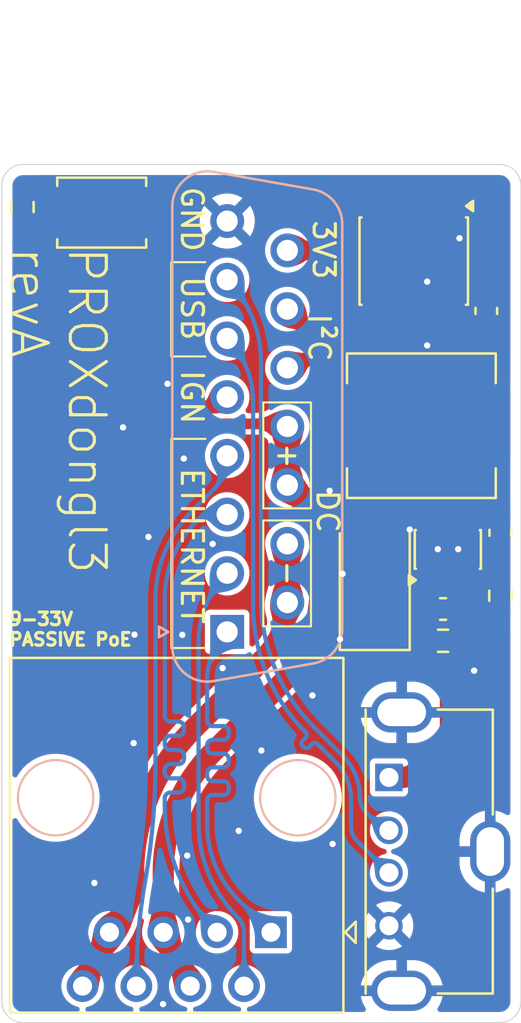
<source format=kicad_pcb>
(kicad_pcb
	(version 20241229)
	(generator "pcbnew")
	(generator_version "9.0")
	(general
		(thickness 1.6)
		(legacy_teardrops no)
	)
	(paper "A4")
	(layers
		(0 "F.Cu" signal)
		(2 "B.Cu" signal)
		(9 "F.Adhes" user "F.Adhesive")
		(11 "B.Adhes" user "B.Adhesive")
		(13 "F.Paste" user)
		(15 "B.Paste" user)
		(5 "F.SilkS" user "F.Silkscreen")
		(7 "B.SilkS" user "B.Silkscreen")
		(1 "F.Mask" user)
		(3 "B.Mask" user)
		(17 "Dwgs.User" user "User.Drawings")
		(19 "Cmts.User" user "User.Comments")
		(21 "Eco1.User" user "User.Eco1")
		(23 "Eco2.User" user "User.Eco2")
		(25 "Edge.Cuts" user)
		(27 "Margin" user)
		(31 "F.CrtYd" user "F.Courtyard")
		(29 "B.CrtYd" user "B.Courtyard")
		(35 "F.Fab" user)
		(33 "B.Fab" user)
		(39 "User.1" user)
		(41 "User.2" user)
		(43 "User.3" user)
		(45 "User.4" user)
	)
	(setup
		(pad_to_mask_clearance 0)
		(allow_soldermask_bridges_in_footprints no)
		(tenting front back)
		(pcbplotparams
			(layerselection 0x00000000_00000000_55555555_5755f5ff)
			(plot_on_all_layers_selection 0x00000000_00000000_00000000_00000000)
			(disableapertmacros no)
			(usegerberextensions yes)
			(usegerberattributes yes)
			(usegerberadvancedattributes yes)
			(creategerberjobfile yes)
			(dashed_line_dash_ratio 12.000000)
			(dashed_line_gap_ratio 3.000000)
			(svgprecision 4)
			(plotframeref no)
			(mode 1)
			(useauxorigin no)
			(hpglpennumber 1)
			(hpglpenspeed 20)
			(hpglpendiameter 15.000000)
			(pdf_front_fp_property_popups yes)
			(pdf_back_fp_property_popups yes)
			(pdf_metadata yes)
			(pdf_single_document no)
			(dxfpolygonmode yes)
			(dxfimperialunits yes)
			(dxfusepcbnewfont yes)
			(psnegative no)
			(psa4output no)
			(plot_black_and_white yes)
			(sketchpadsonfab no)
			(plotpadnumbers no)
			(hidednponfab no)
			(sketchdnponfab yes)
			(crossoutdnponfab yes)
			(subtractmaskfromsilk no)
			(outputformat 1)
			(mirror no)
			(drillshape 0)
			(scaleselection 1)
			(outputdirectory "out/")
		)
	)
	(net 0 "")
	(net 1 "/ETH_DC+")
	(net 2 "/ETH_RX-")
	(net 3 "/ETH_TX+")
	(net 4 "/ETH_DC-")
	(net 5 "/ETH_RX+")
	(net 6 "/ETH_TX-")
	(net 7 "/USB_D-")
	(net 8 "/USB_D+")
	(net 9 "+3V3")
	(net 10 "GND")
	(net 11 "+5V")
	(net 12 "Net-(D1-A)")
	(net 13 "Net-(U1-FB)")
	(net 14 "unconnected-(U1-NC-Pad6)")
	(net 15 "/I2C_SDA")
	(net 16 "/I2C_SCL")
	(net 17 "/IGNITION")
	(net 18 "Net-(SW1-A)")
	(footprint "Connector_USB:USB_A_Molex_105057_Vertical" (layer "F.Cu") (at 111.27 86.93 -90))
	(footprint "Diode_SMD:D_SMA" (layer "F.Cu") (at 110.6 77.405 90))
	(footprint "Resistor_SMD:R_0603_1608Metric" (layer "F.Cu") (at 93.979 60.01 90))
	(footprint "Capacitor_SMD:C_0603_1608Metric" (layer "F.Cu") (at 115.865 64.91 90))
	(footprint "Package_TO_SOT_SMD:SOT-23-6" (layer "F.Cu") (at 114.05 76.1675 180))
	(footprint "Button_Switch_SMD:SW_SPST_TS-1088-xR020" (layer "F.Cu") (at 97.714 60.27))
	(footprint "Capacitor_SMD:C_0603_1608Metric" (layer "F.Cu") (at 113.825 78.98))
	(footprint "Package_SO:SOIC-8_3.9x4.9mm_P1.27mm" (layer "F.Cu") (at 112.44 62.56 -90))
	(footprint "Inductor_SMD:L_APV_APH0630" (layer "F.Cu") (at 112.8 70.33 180))
	(footprint "Resistor_SMD:R_0603_1608Metric" (layer "F.Cu") (at 116.525 78.355 90))
	(footprint "Resistor_SMD:R_0603_1608Metric" (layer "F.Cu") (at 113.825 80.48))
	(footprint "Capacitor_SMD:C_0603_1608Metric" (layer "F.Cu") (at 116.525 75.38 -90))
	(footprint "Connector_RJ:RJ45_OST_PJ012-8P8CX_Vertical" (layer "F.Cu") (at 105.7 94.24 180))
	(footprint "Connector_Dsub:DSUB-15_Socket_Vertical_P2.77x2.84mm" (layer "B.Cu") (at 103.635 80.06 -90))
	(gr_line
		(start 101 80.82)
		(end 101 70.95)
		(stroke
			(width 0.1)
			(type default)
		)
		(layer "F.SilkS")
		(uuid "0cc2ab2c-74f2-411f-82c6-832a9a7896fe")
	)
	(gr_line
		(start 102.61 70.95)
		(end 101 70.95)
		(stroke
			(width 0.1)
			(type solid)
		)
		(layer "F.SilkS")
		(uuid "177e4912-91bc-4a69-8569-05cd61ff109f")
	)
	(gr_line
		(start 100.995 67.06)
		(end 100.995 62.61)
		(stroke
			(width 0.1)
			(type default)
		)
		(layer "F.SilkS")
		(uuid "5b0ec5b3-78ee-477a-9104-f903e417fe50")
	)
	(gr_line
		(start 102.605 62.61)
		(end 100.995 62.61)
		(stroke
			(width 0.1)
			(type solid)
		)
		(layer "F.SilkS")
		(uuid "5f01236e-c490-47dc-b1fd-190417acff3a")
	)
	(gr_line
		(start 102.605 67.06)
		(end 100.995 67.06)
		(stroke
			(width 0.1)
			(type solid)
		)
		(layer "F.SilkS")
		(uuid "91d07bbc-40bf-4d7b-8e15-42c0fcf409d5")
	)
	(gr_rect
		(start 105.34 74.8)
		(end 107.59 79.8)
		(stroke
			(width 0.1)
			(type default)
		)
		(fill no)
		(layer "F.SilkS")
		(uuid "c46d39b6-057f-47d9-9a78-07a8e3aa7563")
	)
	(gr_line
		(start 102.61 80.82)
		(end 101 80.82)
		(stroke
			(width 0.1)
			(type solid)
		)
		(layer "F.SilkS")
		(uuid "df3caf53-bd02-4f23-b1cf-81e1aa6db355")
	)
	(gr_rect
		(start 105.34 69.23)
		(end 107.59 74.23)
		(stroke
			(width 0.1)
			(type default)
		)
		(fill no)
		(layer "F.SilkS")
		(uuid "e4b9bb0f-35a7-4874-8350-6478be42141a")
	)
	(gr_line
		(start 93 97.5)
		(end 93 59)
		(stroke
			(width 0.05)
			(type solid)
		)
		(layer "Edge.Cuts")
		(uuid "0db6ce03-0979-466c-8d70-b73e485d4a8f")
	)
	(gr_line
		(start 117.5 59)
		(end 117.5 97.5)
		(stroke
			(width 0.05)
			(type solid)
		)
		(layer "Edge.Cuts")
		(uuid "10be46f5-97dc-400b-ad24-0b8b87306653")
	)
	(gr_line
		(start 94 58)
		(end 116.5 58)
		(stroke
			(width 0.05)
			(type solid)
		)
		(layer "Edge.Cuts")
		(uuid "413b3a9e-9bd9-4831-9365-cd63dbd28d7f")
	)
	(gr_arc
		(start 116.5 58)
		(mid 117.207107 58.292893)
		(end 117.5 59)
		(stroke
			(width 0.05)
			(type solid)
		)
		(layer "Edge.Cuts")
		(uuid "52b734ef-74dd-43b6-888f-18443ecf54e3")
	)
	(gr_arc
		(start 94 98.5)
		(mid 93.292893 98.207107)
		(end 93 97.5)
		(stroke
			(width 0.05)
			(type solid)
		)
		(layer "Edge.Cuts")
		(uuid "6a17951b-3130-4b4a-9fe8-2b07478bf2be")
	)
	(gr_line
		(start 116.5 98.5)
		(end 94 98.5)
		(stroke
			(width 0.05)
			(type solid)
		)
		(layer "Edge.Cuts")
		(uuid "79c46bbb-04e4-4a4a-967a-27117ae08049")
	)
	(gr_arc
		(start 117.5 97.5)
		(mid 117.207107 98.207107)
		(end 116.5 98.5)
		(stroke
			(width 0.05)
			(type default)
		)
		(layer "Edge.Cuts")
		(uuid "dbd91a20-56fa-46cf-ba01-69e810d4c7e5")
	)
	(gr_arc
		(start 93 59)
		(mid 93.292893 58.292893)
		(end 94 58)
		(stroke
			(width 0.05)
			(type solid)
		)
		(layer "Edge.Cuts")
		(uuid "f40b6dc1-c075-4afe-b6bc-38632a8e4915")
	)
	(gr_text "USB"
		(at 101.39 63.19 270)
		(layer "F.SilkS")
		(uuid "2b9d7f41-d46d-490b-a655-aa5ca50ac4c4")
		(effects
			(font
				(size 1 1)
				(thickness 0.15)
				(bold yes)
			)
			(justify left bottom)
		)
	)
	(gr_text "-"
		(at 105.94 76.61 270)
		(layer "F.SilkS")
		(uuid "44143381-dade-4218-b9c8-f7def15d5858")
		(effects
			(font
				(size 1 0.94)
				(thickness 0.15)
				(bold yes)
			)
			(justify left bottom)
		)
	)
	(gr_text "PROXdongl3\nrevA"
		(at 93.28 61.78 270)
		(layer "F.SilkS")
		(uuid "56a00f68-612a-4d4f-95f6-399a861de7d1")
		(effects
			(font
				(size 1.7 1.7)
				(thickness 0.15)
			)
			(justify left bottom)
		)
	)
	(gr_text "9-33V\nPASSIVE PoE"
		(at 93.27 80.77 0)
		(layer "F.SilkS")
		(uuid "582ed5dd-8095-4dca-b37e-f8f353222111")
		(effects
			(font
				(size 0.6 0.6)
				(thickness 0.15)
				(bold yes)
			)
			(justify left bottom)
		)
	)
	(gr_text "I²C"
		(at 107.39 64.95 270)
		(layer "F.SilkS")
		(uuid "5d421daf-5679-499d-b23c-e75cc4186d5d")
		(effects
			(font
				(size 1 1)
				(thickness 0.15)
				(bold yes)
			)
			(justify left bottom)
		)
	)
	(gr_text "3V3"
		(at 107.61 60.55 270)
		(layer "F.SilkS")
		(uuid "60c9b601-518e-4641-9840-56eeaaf71726")
		(effects
			(font
				(size 1 1)
				(thickness 0.15)
				(bold yes)
			)
			(justify left bottom)
		)
	)
	(gr_text "GND"
		(at 101.39 58.96 270)
		(layer "F.SilkS")
		(uuid "648b356c-5963-4404-b216-ab881a67eaca")
		(effects
			(font
				(size 1 1)
				(thickness 0.15)
				(bold yes)
			)
			(justify left bottom)
		)
	)
	(gr_text "IGN"
		(at 101.39 67.62 270)
		(layer "F.SilkS")
		(uuid "729df144-8f7f-4b89-8519-9e91a294d667")
		(effects
			(font
				(size 1 1)
				(thickness 0.15)
				(bold yes)
			)
			(justify left bottom)
		)
	)
	(gr_text "+"
		(at 105.94 71.0715 270)
		(layer "F.SilkS")
		(uuid "7cfb75f7-ed72-4d0f-976a-27f12c6e54e5")
		(effects
			(font
				(size 1 0.94)
				(thickness 0.15)
				(bold yes)
			)
			(justify left bottom)
		)
	)
	(gr_text "DC"
		(at 107.79 73.27 270)
		(layer "F.SilkS")
		(uuid "9f6fe7f5-5953-470d-802c-f7984731a8d8")
		(effects
			(font
				(size 1 1)
				(thickness 0.15)
				(bold yes)
			)
			(justify left bottom)
		)
	)
	(gr_text "ETHERNET"
		(at 101.39 72.24 270)
		(layer "F.SilkS")
		(uuid "c6e6abf7-54bf-4756-b2d8-5f40513ec6a8")
		(effects
			(font
				(size 1 1)
				(thickness 0.15)
				(bold yes)
			)
			(justify left bottom)
		)
	)
	(segment
		(start 93.979 60.835)
		(end 93.979 60.844786)
		(width 0.5)
		(layer "F.Cu")
		(net 1)
		(uuid "38cbf0a9-6306-4a57-ae2d-38c7408aa43e")
	)
	(segment
		(start 100.773917 70.239501)
		(end 106.349501 70.239501)
		(width 0.5)
		(layer "F.Cu")
		(net 1)
		(uuid "628e8905-508e-403c-98e9-016084f08659")
	)
	(segment
		(start 101.89 96.78)
		(end 100.62 94.24)
		(width 1)
		(layer "F.Cu")
		(net 1)
		(uuid "65e279f1-e035-414d-bd20-5cad03063a3e")
	)
	(segment
		(start 100.62 94.24)
		(end 100.619981 91.414486)
		(width 1)
		(layer "F.Cu")
		(net 1)
		(uuid "68df646b-f523-455b-95e6-684a0637ec89")
	)
	(segment
		(start 94.271893 61.551893)
		(end 94.627107 61.907107)
		(width 0.5)
		(layer "F.Cu")
		(net 1)
		(uuid "6a136649-5919-473b-af54-06e0cc94fa5e")
	)
	(segment
		(start 99.08 63.2)
		(end 99.08 68.486188)
		(width 0.5)
		(layer "F.Cu")
		(net 1)
		(uuid "73374b36-e105-4534-a128-d57a53106acd")
	)
	(segment
		(start 106.148049 82.551951)
		(end 102.977769 85.722231)
		(width 1)
		(layer "F.Cu")
		(net 1)
		(uuid "8bb20d5d-e6b2-4dcc-aaaf-7c7e9cc78f43")
	)
	(segment
		(start 106.35 70.24)
		(end 102.36 70.24)
		(width 0.5)
		(layer "F.Cu")
		(net 1)
		(uuid "aa00257d-fae1-46bc-b820-88980d9dd262")
	)
	(segment
		(start 108.02 76.162676)
		(end 108.02 78.032661)
		(width 1)
		(layer "F.Cu")
		(net 1)
		(uuid "c24ee08f-1b25-4d00-9423-37255f37ee57")
	)
	(segment
		(start 95.334214 62.2)
		(end 98.08 62.2)
		(width 0.5)
		(layer "F.Cu")
		(net 1)
		(uuid "c7ac6d1e-6bb1-48c3-82bd-63afa03af552")
	)
	(segment
		(start 106.475 73.135)
		(end 106.97159 73.63159)
		(width 1)
		(layer "F.Cu")
		(net 1)
		(uuid "dbbc3d9a-a257-498c-b083-642efc89eb9a")
	)
	(segment
		(start 106.349501 70.239501)
		(end 106.475 70.365)
		(width 0.5)
		(layer "F.Cu")
		(net 1)
		(uuid "e5cf277c-769b-471e-b518-0545e9fe524c")
	)
	(segment
		(start 106.475 70.365)
		(end 106.475 73.135)
		(width 1)
		(layer "F.Cu")
		(net 1)
		(uuid "f61813f0-8421-4699-be2d-289f52eb3503")
	)
	(segment
		(start 106.475 70.365)
		(end 106.35 70.24)
		(width 0.5)
		(layer "F.Cu")
		(net 1)
		(uuid "fc547050-f9df-4b2c-ae7f-c84c676bb834")
	)
	(arc
		(start 93.979 60.844786)
		(mid 94.05512 61.22747)
		(end 94.271893 61.551893)
		(width 0.5)
		(layer "F.Cu")
		(net 1)
		(uuid "02483d89-12aa-41c0-b9a9-18bc067ffd9b")
	)
	(arc
		(start 94.627107 61.907107)
		(mid 94.951531 62.12388)
		(end 95.334214 62.2)
		(width 0.5)
		(layer "F.Cu")
		(net 1)
		(uuid "155181b1-ec6f-46e8-82bc-e83717d1a07f")
	)
	(arc
		(start 100.619981 91.414486)
		(mid 101.23274 88.33386)
		(end 102.977769 85.722231)
		(width 1)
		(layer "F.Cu")
		(net 1)
		(uuid "2f5c6df8-a155-4f0d-924c-cfe6ddff7dba")
	)
	(arc
		(start 98.08 62.2)
		(mid 98.787107 62.492893)
		(end 99.08 63.2)
		(width 0.5)
		(layer "F.Cu")
		(net 1)
		(uuid "401a5779-e1da-446b-b8fb-d15a1d56a7a4")
	)
	(arc
		(start 99.08 68.486188)
		(mid 99.572684 69.70497)
		(end 100.773917 70.239501)
		(width 0.5)
		(layer "F.Cu")
		(net 1)
		(uuid "4c9cc412-15fc-44ed-8091-37e61ae4348b")
	)
	(arc
		(start 106.148049 82.551951)
		(mid 107.533496 80.478483)
		(end 108.02 78.032661)
		(width 1)
		(layer "F.Cu")
		(net 1)
		(uuid "636ae264-7cd8-4d58-8a53-477b3c3bdfed")
	)
	(arc
		(start 106.97159 73.63159)
		(mid 107.747527 74.792862)
		(end 108.02 76.162676)
		(width 1)
		(layer "F.Cu")
		(net 1)
		(uuid "dfc4f6f1-f9d9-4de0-a344-3c28eab780e5")
	)
	(segment
		(start 102.959734 73.380266)
		(end 101.976779 74.363221)
		(width 0.2)
		(layer "B.Cu")
		(net 2)
		(uuid "0db1b006-718c-4ed0-9102-09b838625674")
	)
	(segment
		(start 99.35 96.573614)
		(end 99.35 96.78)
		(width 0.2)
		(layer "B.Cu")
		(net 2)
		(uuid "925a6a3d-6a0b-45c2-8f5e-6e489be9722a")
	)
	(segment
		(start 100.25 78.532035)
		(end 100.25 86.268429)
		(width 0.2)
		(layer "B.Cu")
		(net 2)
		(uuid "ae9fd910-bfa6-4d5d-b3f4-e62bb0390227")
	)
	(segment
		(start 99.766702 91.809428)
		(end 99.764398 91.822533)
		(width 0.2)
		(layer "B.Cu")
		(net 2)
		(uuid "c8412d08-53cd-4fed-9b78-407f2036a920")
	)
	(arc
		(start 99.764398 91.822533)
		(mid 99.453795 94.189054)
		(end 99.35 96.573614)
		(width 0.2)
		(layer "B.Cu")
		(net 2)
		(uuid "227ff391-ef95-4492-bd08-29f79c7905eb")
	)
	(arc
		(start 101.976779 74.363221)
		(mid 100.698775 76.275889)
		(end 100.25 78.532035)
		(width 0.2)
		(layer "B.Cu")
		(net 2)
		(uuid "38e79fb7-8cd9-4622-8d04-29235557e177")
	)
	(arc
		(start 103.635 71.75)
		(mid 103.459504 72.632307)
		(end 102.959734 73.380266)
		(width 0.2)
		(layer "B.Cu")
		(net 2)
		(uuid "d32bbcc1-72b1-499a-b4d9-3af7c7a3195c")
	)
	(arc
		(start 100.25 86.268429)
		(mid 100.128946 89.049447)
		(end 99.766702 91.809428)
		(width 0.2)
		(layer "B.Cu")
		(net 2)
		(uuid "ff602e36-cfa4-43de-8da2-a02160306c94")
	)
	(segment
		(start 103.71 86.066794)
		(end 103.71 86.196794)
		(width 0.2)
		(layer "B.Cu")
		(net 3)
		(uuid "0d524520-c8cb-48f8-8669-5255102bedc0")
	)
	(segment
		(start 103.45 87.756794)
		(end 102.95 87.756794)
		(width 0.2)
		(layer "B.Cu")
		(net 3)
		(uuid "1d91bfaa-0342-4223-b4cb-17739996a899")
	)
	(segment
		(start 104.159495 92.699495)
		(end 105.7 94.24)
		(width 0.2)
		(layer "B.Cu")
		(net 3)
		(uuid "37de5b7d-0dae-4bd0-9a91-8ab6c4f606d4")
	)
	(segment
		(start 102.95 84.506794)
		(end 103.45 84.506794)
		(width 0.2)
		(layer "B.Cu")
		(net 3)
		(uuid "482787f2-26c7-4a6c-a73e-bb66330785ff")
	)
	(segment
		(start 102.69 85.416794)
		(end 102.69 85.546794)
		(width 0.2)
		(layer "B.Cu")
		(net 3)
		(uuid "54eda247-c721-4bd2-b675-6135d2e02fba")
	)
	(segment
		(start 103.45 86.456794)
		(end 102.95 86.456794)
		(width 0.2)
		(layer "B.Cu")
		(net 3)
		(uuid "5fa91da3-0d25-45e4-a4ae-d5acd478a7c1")
	)
	(segment
		(start 102.69 86.716794)
		(end 102.69 86.846794)
		(width 0.2)
		(layer "B.Cu")
		(net 3)
		(uuid "7dfa8a3a-e9a0-4876-a414-4a0b402b5eee")
	)
	(segment
		(start 102.69 88.62)
		(end 102.69 89.151819)
		(width 0.2)
		(layer "B.Cu")
		(net 3)
		(uuid "86db7265-a34d-4fe6-a1fe-36da3154e1ff")
	)
	(segment
		(start 103.45 85.156794)
		(end 102.95 85.156794)
		(width 0.2)
		(layer "B.Cu")
		(net 3)
		(uuid "9cd48030-0fc0-4606-b401-b226b50c976c")
	)
	(segment
		(start 103.71 84.766794)
		(end 103.71 84.896794)
		(width 0.2)
		(layer "B.Cu")
		(net 3)
		(uuid "9fe3e9b1-341b-4d49-89ed-172b7056123c")
	)
	(segment
		(start 102.95 85.806794)
		(end 103.45 85.806794)
		(width 0.2)
		(layer "B.Cu")
		(net 3)
		(uuid "a0db5f3d-dd71-412a-908a-5fc9e05fe3db")
	)
	(segment
		(start 103.71 87.366794)
		(end 103.71 87.496794)
		(width 0.2)
		(layer "B.Cu")
		(net 3)
		(uuid "bffe1e5c-e78d-42c4-b83e-ddf45c223c19")
	)
	(segment
		(start 102.69 88.146794)
		(end 102.69 88.62)
		(width 0.2)
		(layer "B.Cu")
		(net 3)
		(uuid "c53f7942-ff18-4e85-b49e-21d6a85be965")
	)
	(segment
		(start 102.95 87.106794)
		(end 103.45 87.106794)
		(width 0.2)
		(layer "B.Cu")
		(net 3)
		(uuid "cf4ff313-764f-41f3-b77d-e3fbf30beb33")
	)
	(segment
		(start 102.69 82.341315)
		(end 102.69 84.246794)
		(width 0.2)
		(layer "B.Cu")
		(net 3)
		(uuid "ddadbcde-75d9-46aa-8b2c-5f7bb5b9c4e8")
	)
	(segment
		(start 102.69 88.016794)
		(end 102.69 88.146794)
		(width 0.2)
		(layer "B.Cu")
		(net 3)
		(uuid "edb4b68d-0213-4786-a339-8a9201956d96")
	)
	(segment
		(start 105.61 94.1)
		(end 105.5 93.99)
		(width 0.2)
		(layer "B.Cu")
		(net 3)
		(uuid "ee570994-3e94-4237-bd5c-cfcc1aedb572")
	)
	(arc
		(start 102.95 87.756794)
		(mid 102.766152 87.832946)
		(end 102.69 88.016794)
		(width 0.2)
		(layer "B.Cu")
		(net 3)
		(uuid "0d4a7f4f-db57-4aee-bd68-a95b5474cc84")
	)
	(arc
		(start 102.69 84.246794)
		(mid 102.766152 84.430642)
		(end 102.95 84.506794)
		(width 0.2)
		(layer "B.Cu")
		(net 3)
		(uuid "126e75f8-ce63-49a7-8bb6-e6e6f1b63107")
	)
	(arc
		(start 103.635 80.06)
		(mid 102.935577 81.10672)
		(end 102.69 82.341315)
		(width 0.2)
		(layer "B.Cu")
		(net 3)
		(uuid "26759449-bd32-41cd-ac3f-5de683d0e5a0")
	)
	(arc
		(start 103.45 85.806794)
		(mid 103.633848 85.882946)
		(end 103.71 86.066794)
		(width 0.2)
		(layer "B.Cu")
		(net 3)
		(uuid "27e13cb0-65c3-4310-ae67-9d2d595a3572")
	)
	(arc
		(start 102.69 86.846794)
		(mid 102.766152 87.030642)
		(end 102.95 87.106794)
		(width 0.2)
		(layer "B.Cu")
		(net 3)
		(uuid "4bb5fa58-f1b5-4c53-94d5-566b091cc783")
	)
	(arc
		(start 103.45 84.506794)
		(mid 103.633848 84.582946)
		(end 103.71 84.766794)
		(width 0.2)
		(layer "B.Cu")
		(net 3)
		(uuid "5a24ab2b-d7ea-40b7-a700-d9a1856a9c43")
	)
	(arc
		(start 103.45 87.106794)
		(mid 103.633848 87.182946)
		(end 103.71 87.366794)
		(width 0.2)
		(layer "B.Cu")
		(net 3)
		(uuid "86deaf2f-ec57-4202-83ff-0587adc21320")
	)
	(arc
		(start 102.95 86.456794)
		(mid 102.766152 86.532946)
		(end 102.69 86.716794)
		(width 0.2)
		(layer "B.Cu")
		(net 3)
		(uuid "ab8ab6ac-1dbc-4c1f-9e6a-bf3ee8312240")
	)
	(arc
		(start 103.71 86.196794)
		(mid 103.633848 86.380642)
		(end 103.45 86.456794)
		(width 0.2)
		(layer "B.Cu")
		(net 3)
		(uuid "bb3678ec-69c8-43fa-bcd0-08e97885f6a3")
	)
	(arc
		(start 102.69 85.546794)
		(mid 102.766152 85.730642)
		(end 102.95 85.806794)
		(width 0.2)
		(layer "B.Cu")
		(net 3)
		(uuid "bce13fd2-ea3a-41aa-8c8b-d218c752909a")
	)
	(arc
		(start 103.71 84.896794)
		(mid 103.633848 85.080642)
		(end 103.45 85.156794)
		(width 0.2)
		(layer "B.Cu")
		(net 3)
		(uuid "cc1e9902-39c8-423e-8d3e-96b6010b504a")
	)
	(arc
		(start 102.95 85.156794)
		(mid 102.766152 85.232946)
		(end 102.69 85.416794)
		(width 0.2)
		(layer "B.Cu")
		(net 3)
		(uuid "d5353582-6475-4700-a648-291eb8c72065")
	)
	(arc
		(start 102.69 89.151819)
		(mid 103.071909 91.071807)
		(end 104.159495 92.699495)
		(width 0.2)
		(layer "B.Cu")
		(net 3)
		(uuid "d6759925-6f16-45bc-82a3-bce82cf5d563")
	)
	(arc
		(start 103.71 87.496794)
		(mid 103.633848 87.680642)
		(end 103.45 87.756794)
		(width 0.2)
		(layer "B.Cu")
		(net 3)
		(uuid "e016581d-b2f1-4976-ac8e-cb6a27a301a1")
	)
	(segment
		(start 106.475 75.905)
		(end 106.475 78.675)
		(width 1)
		(layer "F.Cu")
		(net 4)
		(uuid "495b64f6-d6fd-4bfc-87c0-881f112ceaf2")
	)
	(segment
		(start 102.068143 84.611857)
		(end 105.393161 81.286839)
		(width 1)
		(layer "F.Cu")
		(net 4)
		(uuid "569f1f33-0a64-441c-a519-c88c1c438643")
	)
	(segment
		(start 96.81 96.78)
		(end 98.08 94.24)
		(width 1)
		(layer "F.Cu")
		(net 4)
		(uuid "77920e51-e478-4aea-a9fe-05f3d75d6005")
	)
	(arc
		(start 106.475 78.675)
		(mid 106.193839 80.088539)
		(end 105.393161 81.286839)
		(width 1)
		(layer "F.Cu")
		(net 4)
		(uuid "82648482-1ec9-42f4-ad40-2278378fc22e")
	)
	(arc
		(start 99.22 91.487836)
		(mid 99.960208 87.766603)
		(end 102.068143 84.611857)
		(width 1)
		(layer "F.Cu")
		(net 4)
		(uuid "8322bfbf-5413-4fe4-94f4-8bc438cd15af")
	)
	(arc
		(start 99.22 91.487836)
		(mid 98.923731 92.977281)
		(end 98.08 94.24)
		(width 1)
		(layer "F.Cu")
		(net 4)
		(uuid "c133f9ac-fd3c-4f08-abff-2863b96cbf90")
	)
	(segment
		(start 101.332 86.973795)
		(end 100.958 86.973795)
		(width 0.2)
		(layer "B.Cu")
		(net 5)
		(uuid "02c175fd-50fe-4383-80bc-d5cdf1a27038")
	)
	(segment
		(start 101.332 84.293795)
		(end 100.958 84.293795)
		(width 0.2)
		(layer "B.Cu")
		(net 5)
		(uuid "2710868d-54f1-45c7-8376-044e6d2cac07")
	)
	(segment
		(start 100.69 84.025795)
		(end 100.69 83.891795)
		(width 0.2)
		(layer "B.Cu")
		(net 5)
		(uuid "28288c2a-5125-4180-a382-9b20bf6bd291")
	)
	(segment
		(start 101.6 87.375795)
		(end 101.6 87.241795)
		(width 0.2)
		(layer "B.Cu")
		(net 5)
		(uuid "2e33a2fe-0094-48f7-b3d2-965fa45234d8")
	)
	(segment
		(start 100.69 83.84)
		(end 100.69 78.487542)
		(width 0.2)
		(layer "B.Cu")
		(net 5)
		(uuid "30745e66-4001-4ce4-95b7-a90a1e26d3fb")
	)
	(segment
		(start 100.958 84.963795)
		(end 101.332 84.963795)
		(width 0.2)
		(layer "B.Cu")
		(net 5)
		(uuid "4c9147bb-81cd-47ff-999d-042b29c27ebb")
	)
	(segment
		(start 101.6 84.695795)
		(end 101.6 84.561795)
		(width 0.2)
		(layer "B.Cu")
		(net 5)
		(uuid "50dcaa9f-d324-467d-a03f-4642c366dcad")
	)
	(segment
		(start 100.69 88.276906)
		(end 100.69 87.911795)
		(width 0.2)
		(layer "B.Cu")
		(net 5)
		(uuid "6212996d-8e56-428f-add5-4b62f0bb4463")
	)
	(segment
		(start 100.69 86.705795)
		(end 100.69 86.571795)
		(width 0.2)
		(layer "B.Cu")
		(net 5)
		(uuid "6cc32e6e-e902-45f2-b14c-3031a0920f6f")
	)
	(segment
		(start 102.919187 74.52)
		(end 103.635 74.52)
		(width 0.2)
		(layer "B.Cu")
		(net 5)
		(uuid "7551db71-4bf6-45b6-8581-9e45a533f774")
	)
	(segment
		(start 101.6 86.035795)
		(end 101.6 85.901795)
		(width 0.2)
		(layer "B.Cu")
		(net 5)
		(uuid "76dd876a-505d-4114-a1fc-51cfe3eba035")
	)
	(segment
		(start 101.332 85.633795)
		(end 100.958 85.633795)
		(width 0.2)
		(layer "B.Cu")
		(net 5)
		(uuid "98926a7d-9a8e-4e1a-a003-d59fbb0d9e10")
	)
	(segment
		(start 100.69 83.891795)
		(end 100.69 83.84)
		(width 0.2)
		(layer "B.Cu")
		(net 5)
		(uuid "a2a250b9-dae1-4e87-a87d-6d744786c683")
	)
	(segment
		(start 100.958 87.643795)
		(end 101.332 87.643795)
		(width 0.2)
		(layer "B.Cu")
		(net 5)
		(uuid "a8d36ac8-3886-477e-b685-88b305c7268f")
	)
	(segment
		(start 100.69 85.365795)
		(end 100.69 85.231795)
		(width 0.2)
		(layer "B.Cu")
		(net 5)
		(uuid "a9bad550-5a7d-414b-8e69-0f735961920b")
	)
	(segment
		(start 100.958 86.303795)
		(end 101.332 86.303795)
		(width 0.2)
		(layer "B.Cu")
		(net 5)
		(uuid "b211b6e5-15d0-491f-b6b6-1c4357c2a68e")
	)
	(arc
		(start 100.958 84.293795)
		(mid 100.768495 84.2153)
		(end 100.69 84.025795)
		(width 0.2)
		(layer "B.Cu")
		(net 5)
		(uuid "1d9d617f-d887-47dd-9c25-9684aa285c34")
	)
	(arc
		(start 101.6 87.241795)
		(mid 101.521505 87.05229)
		(end 101.332 86.973795)
		(width 0.2)
		(layer "B.Cu")
		(net 5)
		(uuid "1e06cc8e-8e62-4c82-b0b4-ca3e43028351")
	)
	(arc
		(start 101.6 84.561795)
		(mid 101.521505 84.37229)
		(end 101.332 84.293795)
		(width 0.2)
		(layer "B.Cu")
		(net 5)
		(uuid "29a802a0-0980-4083-a0dc-5565297f031a")
	)
	(arc
		(start 101.332 84.963795)
		(mid 101.521505 84.8853)
		(end 101.6 84.695795)
		(width 0.2)
		(layer "B.Cu")
		(net 5)
		(uuid "3bc802bb-ba9c-42a6-adca-3a3cac7e5902")
	)
	(arc
		(start 100.69 86.571795)
		(mid 100.768495 86.38229)
		(end 100.958 86.303795)
		(width 0.2)
		(layer "B.Cu")
		(net 5)
		(uuid "465d5bbe-7438-4f7f-91a1-7abea87aca62")
	)
	(arc
		(start 101.6 85.901795)
		(mid 101.521505 85.71229)
		(end 101.332 85.633795)
		(width 0.2)
		(layer "B.Cu")
		(net 5)
		(uuid "48508ed4-c6f1-485a-816e-193f2e8efd88")
	)
	(arc
		(start 100.958 85.633795)
		(mid 100.768495 85.5553)
		(end 100.69 85.365795)
		(width 0.2)
		(layer "B.Cu")
		(net 5)
		(uuid "4d1a636d-1d0f-40f4-bd40-35ef3801f0ba")
	)
	(arc
		(start 100.69 87.911795)
		(mid 100.768495 87.72229)
		(end 100.958 87.643795)
		(width 0.2)
		(layer "B.Cu")
		(net 5)
		(uuid "5194f568-9038-430e-87e9-15a87d977b36")
	)
	(arc
		(start 100.958 86.973795)
		(mid 100.768495 86.8953)
		(end 100.69 86.705795)
		(width 0.2)
		(layer "B.Cu")
		(net 5)
		(uuid "59e1f990-118e-4824-9747-0023822e75b8")
	)
	(arc
		(start 103.16 94.24)
		(mid 101.331929 91.504104)
		(end 100.69 88.276906)
		(width 0.2)
		(layer "B.Cu")
		(net 5)
		(uuid "83436f92-3b31-4cd5-8296-b12285c75b7d")
	)
	(arc
		(start 101.332 87.643795)
		(mid 101.521505 87.5653)
		(end 101.6 87.375795)
		(width 0.2)
		(layer "B.Cu")
		(net 5)
		(uuid "86183e08-f318-4984-9bb5-8a63cf172853")
	)
	(arc
		(start 100.69 85.231795)
		(mid 100.768495 85.04229)
		(end 100.958 84.963795)
		(width 0.2)
		(layer "B.Cu")
		(net 5)
		(uuid "90810bd1-d3fd-49b2-8113-d5dd64af24b2")
	)
	(arc
		(start 100.69 78.487542)
		(mid 101.085576 76.498852)
		(end 102.212107 74.812893)
		(width 0.2)
		(layer "B.Cu")
		(net 5)
		(uuid "abe1c560-47a8-4b08-b768-44a6e8570e33")
	)
	(arc
		(start 101.332 86.303795)
		(mid 101.521505 86.2253)
		(end 101.6 86.035795)
		(width 0.2)
		(layer "B.Cu")
		(net 5)
		(uuid "c9fa4d4e-8963-4bd1-9f7b-c6b3231b8fe4")
	)
	(arc
		(start 102.212107 74.812893)
		(mid 102.536528 74.596116)
		(end 102.919187 74.52)
		(width 0.2)
		(layer "B.Cu")
		(net 5)
		(uuid "e45e1212-f841-44bf-b69b-64660897477a")
	)
	(segment
		(start 104.43 96.78)
		(end 104.43 94.244214)
		(width 0.2)
		(layer "B.Cu")
		(net 6)
		(uuid "32e4a5bd-7798-4cc3-9f42-3c933abf231f")
	)
	(segment
		(start 102.284 89.063388)
		(end 102.284 80.551557)
		(width 0.2)
		(layer "B.Cu")
		(net 6)
		(uuid "b943d330-388f-4034-932e-d137a5c0b294")
	)
	(arc
		(start 104.137107 93.537107)
		(mid 102.765593 91.484518)
		(end 102.284 89.063388)
		(width 0.2)
		(layer "B.Cu")
		(net 6)
		(uuid "60873f6d-9d09-487e-9e6a-ca680a6ab141")
	)
	(arc
		(start 102.284 80.551557)
		(mid 102.635105 78.786432)
		(end 103.635 77.29)
		(width 0.2)
		(layer "B.Cu")
		(net 6)
		(uuid "8c9932ef-5ddd-4bb4-84ff-7756bfc5e170")
	)
	(arc
		(start 104.43 94.244214)
		(mid 104.35388 93.86153)
		(end 104.137107 93.537107)
		(width 0.2)
		(layer "B.Cu")
		(net 6)
		(uuid "b59cfc2f-3b20-4d75-8109-7ab11ff57827")
	)
	(segment
		(start 111.27 89.43)
		(end 111.04 89.43)
		(width 0.2)
		(layer "B.Cu")
		(net 7)
		(uuid "4922fa01-3a4e-4a5f-aa6d-0a279cb95e9d")
	)
	(segment
		(start 111.04 89.43)
		(end 110.192893 88.582893)
		(width 0.2)
		(layer "B.Cu")
		(net 7)
		(uuid "5a54581d-6eef-4c3d-b742-7ebfb6fbf12e")
	)
	(segment
		(start 105.23 78.459199)
		(end 105.23 67.290686)
		(width 0.2)
		(layer "B.Cu")
		(net 7)
		(uuid "640fd669-658b-4260-855d-bfb633bbc5d6")
	)
	(segment
		(start 109.082747 85.902747)
		(end 107.769081 84.589081)
		(width 0.2)
		(layer "B.Cu")
		(net 7)
		(uuid "6cb25b9d-0771-4d57-9524-7fabc0651697")
	)
	(arc
		(start 103.635 63.44)
		(mid 104.815471 65.206704)
		(end 105.23 67.290686)
		(width 0.2)
		(layer "B.Cu")
		(net 7)
		(uuid "0f20011f-5c18-496f-8920-32816c2c4eb1")
	)
	(arc
		(start 110.192893 88.582893)
		(mid 109.97612 88.25847)
		(end 109.9 87.875786)
		(width 0.2)
		(layer "B.Cu")
		(net 7)
		(uuid "167627a0-a122-4bca-a5c6-f776bb1bffbf")
	)
	(arc
		(start 105.23 78.459199)
		(mid 105.889886 81.776668)
		(end 107.769081 84.589081)
		(width 0.2)
		(layer "B.Cu")
		(net 7)
		(uuid "80f33a38-9c1c-4075-b8fe-a7fceaaa98cd")
	)
	(arc
		(start 109.9 87.875786)
		(mid 109.687603 86.807979)
		(end 109.082747 85.902747)
		(width 0.2)
		(layer "B.Cu")
		(net 7)
		(uuid "f1559111-b09b-4402-9821-88f9fef9cf56")
	)
	(segment
		(start 107.192264 85.444223)
		(end 107.253075 85.505034)
		(width 0.2)
		(layer "B.Cu")
		(net 8)
		(uuid "0d6dd22a-fcbd-4dbb-bf23-0516da831f73")
	)
	(segment
		(start 108.630164 86.090164)
		(end 108.745824 86.205824)
		(width 0.2)
		(layer "B.Cu")
		(net 8)
		(uuid "25cd6b82-64ab-4434-aab4-ffd8d0cf3c5f")
	)
	(segment
		(start 107.496319 85.505034)
		(end 107.649054 85.352298)
		(width 0.2)
		(layer "B.Cu")
		(net 8)
		(uuid "2dc06399-4d59-47be-8b27-db4bd0dc4182")
	)
	(segment
		(start 107.953111 85.413111)
		(end 108.550164 86.010164)
		(width 0.2)
		(layer "B.Cu")
		(net 8)
		(uuid "5a48a8b2-f253-4e51-bc93-0297114ef8c4")
	)
	(segment
		(start 107.345 85.048244)
		(end 107.192264 85.200979)
		(width 0.2)
		(layer "B.Cu")
		(net 8)
		(uuid "831ffc5a-1565-44c5-827d-1a908941d622")
	)
	(segment
		(start 109.479997 87.978268)
		(end 109.48 89.225786)
		(width 0.2)
		(layer "B.Cu")
		(net 8)
		(uuid "917fcd69-37de-46ca-a7d2-ca6d7300068d")
	)
	(segment
		(start 109.772893 89.932893)
		(end 111.27 91.43)
		(width 0.2)
		(layer "B.Cu")
		(net 8)
		(uuid "a9c2b4d7-7662-45cd-8427-b91a76e27cd2")
	)
	(segment
		(start 108.550164 86.010164)
		(end 108.630164 86.090164)
		(width 0.2)
		(layer "B.Cu")
		(net 8)
		(uuid "d1a13e12-ba86-4d0a-ab1a-2ecd5e6143ae")
	)
	(segment
		(start 107.892298 85.352298)
		(end 107.953111 85.413111)
		(width 0.2)
		(layer "B.Cu")
		(net 8)
		(uuid "d78b566d-f913-4be9-94c3-3b50f9f296fb")
	)
	(segment
		(start 104.86 69.167312)
		(end 104.86 78.810164)
		(width 0.2)
		(layer "B.Cu")
		(net 8)
		(uuid "dd3e3833-a48f-4c35-973d-99d460f5bc18")
	)
	(segment
		(start 107.341844 84.801844)
		(end 107.345 84.805)
		(width 0.2)
		(layer "B.Cu")
		(net 8)
		(uuid "f1cb2714-ca3e-43bd-8282-3c8d43b5dc9d")
	)
	(arc
		(start 103.635 66.21)
		(mid 104.541651 67.566864)
		(end 104.86 69.167312)
		(width 0.2)
		(layer "B.Cu")
		(net 8)
		(uuid "30e402c1-0153-4149-a6e5-ddc637c24238")
	)
	(arc
		(start 107.649054 85.352298)
		(mid 107.770676 85.301921)
		(end 107.892298 85.352298)
		(width 0.2)
		(layer "B.Cu")
		(net 8)
		(uuid "40a2f6d0-6e00-4286-a11a-822c775ca659")
	)
	(arc
		(start 104.86 78.810164)
		(mid 105.505006 82.052829)
		(end 107.341844 84.801844)
		(width 0.2)
		(layer "B.Cu")
		(net 8)
		(uuid "9400db22-d9ad-4ebd-8c71-5bbdfa4d0451")
	)
	(arc
		(start 107.345 84.805)
		(mid 107.395377 84.926622)
		(end 107.345 85.048244)
		(width 0.2)
		(layer "B.Cu")
		(net 8)
		(uuid "a5027993-2f76-4ad5-ac97-dd84e14ffa35")
	)
	(arc
		(start 109.48 89.225786)
		(mid 109.55612 89.608469)
		(end 109.772893 89.932893)
		(width 0.2)
		(layer "B.Cu")
		(net 8)
		(uuid "af4828f6-2ec4-42c3-a3e0-d2c48b090c89")
	)
	(arc
		(start 108.745824 86.205824)
		(mid 109.28919 87.019028)
		(end 109.479997 87.978268)
		(width 0.2)
		(layer "B.Cu")
		(net 8)
		(uuid "c2af5d93-1cdd-4c87-861e-6e454d15d65c")
	)
	(arc
		(start 107.253075 85.505034)
		(mid 107.374697 85.555411)
		(end 107.496319 85.505034)
		(width 0.2)
		(layer "B.Cu")
		(net 8)
		(uuid "e28e8221-3dea-4c6c-a5aa-d6d0cf01f9ae")
	)
	(arc
		(start 107.192264 85.200979)
		(mid 107.141887 85.322601)
		(end 107.192264 85.444223)
		(width 0.2)
		(layer "B.Cu")
		(net 8)
		(uuid "ef70db5a-26dd-4551-81e8-f8a59ca60ee3")
	)
	(segment
		(start 115.825 70.33)
		(end 115.825 73.905)
		(width 0.8)
		(layer "F.Cu")
		(net 9)
		(uuid "02d1fe67-f3a4-46d1-af6d-960598de9504")
	)
	(segment
		(start 114.345 65.035)
		(end 115.532107 66.222107)
		(width 0.6)
		(layer "F.Cu")
		(net 9)
		(uuid "0861a668-ee5b-4cb5-98d6-0ffa2ac9e173")
	)
	(segment
		(start 113.060786 62.055)
		(end 106.475 62.055)
		(width 0.6)
		(layer "F.Cu")
		(net 9)
		(uuid "0c4e3e7a-ab8b-4e84-ade2-da4c04070e5d")
	)
	(segment
		(start 115.865 70.29)
		(end 115.825 70.33)
		(width 0.8)
		(layer "F.Cu")
		(net 9)
		(uuid "119cfd79-dc51-4cb7-8f84-9d8cadcf19af")
	)
	(segment
		(start 114.05 75.03)
		(end 115 75.03)
		(width 0.6)
		(layer "F.Cu")
		(net 9)
		(uuid "2492e7e2-fe6f-4215-b9b8-165433f621da")
	)
	(segment
		(start 116.525 74.605)
		(end 116.025905 74.605)
		(width 0.6)
		(layer "F.Cu")
		(net 9)
		(uuid "33d1a2ea-c14c-43f7-9fba-887cd23adffb")
	)
	(segment
		(start 115.825 70.33)
		(end 115.825 74.205)
		(width 0.8)
		(layer "F.Cu")
		(net 9)
		(uuid "4d50e905-f1a1-4a47-b347-ef0060d2ac37")
	)
	(segment
		(start 114.702107 65.392107)
		(end 114.345 65.035)
		(width 0.6)
		(layer "F.Cu")
		(net 9)
		(uuid "6cd811cf-b59a-42e8-ad44-48b10bae255f")
	)
	(segment
		(start 115.825 73.905)
		(end 116.525 74.605)
		(width 0.8)
		(layer "F.Cu")
		(net 9)
		(uuid "8316862f-1848-45fe-8ee4-ff0607c04b26")
	)
	(segment
		(start 115.825 74.205)
		(end 115 75.03)
		(width 0.8)
		(layer "F.Cu")
		(net 9)
		(uuid "86b1f74e-f1e5-4132-b9df-dadd86a968fd")
	)
	(segment
		(start 115.865 65.685)
		(end 115.865 70.29)
		(width 0.8)
		(layer "F.Cu")
		(net 9)
		(uuid "8ac23e66-0892-417d-bbe5-45267b6c00ae")
	)
	(segment
		(start 114.050599 74.7292)
		(end 115.000599 74.7292)
		(width 0.6)
		(layer "F.Cu")
		(net 9)
		(uuid "8f07fb61-73d2-42d5-bef1-6e430c1d4e87")
	)
	(segment
		(start 114.345 65.035)
		(end 114.345 63.339214)
		(width 0.6)
		(layer "F.Cu")
		(net 9)
		(uuid "93320c08-612e-4069-9568-e54fbbc8d0bb")
	)
	(segment
		(start 115.865 65.685)
		(end 115.409214 65.685)
		(width 0.6)
		(layer "F.Cu")
		(net 9)
		(uuid "d9aa1cef-2031-4482-b3d4-3f27d4858bc7")
	)
	(segment
		(start 115.825 66.929214)
		(end 115.825 70.33)
		(width 0.6)
		(layer "F.Cu")
		(net 9)
		(uuid "de1d771d-4b49-4356-a816-f430e8c55e61")
	)
	(segment
		(start 114.050599 75.33708)
		(end 115.000599 75.33708)
		(width 0.6)
		(layer "F.Cu")
		(net 9)
		(uuid "f313e5ec-cc3b-4525-92f0-23a5eb790b50")
	)
	(segment
		(start 114.052107 62.632107)
		(end 113.767893 62.347893)
		(width 0.6)
		(layer "F.Cu")
		(net 9)
		(uuid "fa032a45-0510-4bdc-aaa1-d43b4086eba2")
	)
	(segment
		(start 115.865 65.685)
		(end 114.338 65.685)
		(width 0.6)
		(layer "F.Cu")
		(net 9)
		(uuid "fa60914d-bd7d-4415-aa5b-ad0bc4114c6a")
	)
	(arc
		(start 115.409214 65.685)
		(mid 115.026531 65.60888)
		(end 114.702107 65.392107)
		(width 0.6)
		(layer "F.Cu")
		(net 9)
		(uuid "043e3e5e-8dc0-421e-9cb0-7b91ab617a7d")
	)
	(arc
		(start 115 75.03)
		(mid 115.470741 74.71543)
		(end 116.025905 74.605)
		(width 0.8)
		(layer "F.Cu")
		(net 9)
		(uuid "88cba9be-06f0-4804-b57a-ad465b808e54")
	)
	(arc
		(start 113.767893 62.347893)
		(mid 113.44347 62.13112)
		(end 113.060786 62.055)
		(width 0.6)
		(layer "F.Cu")
		(net 9)
		(uuid "ad090fc6-4955-4dc5-8378-d7e56f68c8a5")
	)
	(arc
		(start 115.532107 66.222107)
		(mid 115.74888 66.54653)
		(end 115.825 66.929214)
		(width 0.6)
		(layer "F.Cu")
		(net 9)
		(uuid "cf36ba76-7a36-45de-8b25-6e0d49dcd761")
	)
	(arc
		(start 114.052107 62.632107)
		(mid 114.26888 62.95653)
		(end 114.345 63.339214)
		(width 0.6)
		(layer "F.Cu")
		(net 9)
		(uuid "d99c4e82-4e2c-4234-abfc-aa3e1c9d287b")
	)
	(segment
		(start 112.782107 73.367893)
		(end 112.542893 73.607107)
		(width 0.5)
		(layer "F.Cu")
		(net 10)
		(uuid "0c3ffb73-a812-4429-b868-cdd37d6bb4e7")
	)
	(segment
		(start 114.345 60.085)
		(end 114.916948 60.085)
		(width 0.8)
		(layer "F.Cu")
		(net 10)
		(uuid "0c92b4fc-3589-4410-a01f-61186cb66bb7")
	)
	(segment
		(start 113.575 76.155)
		(end 112.915507 76.155)
		(width 0.5)
		(layer "F.Cu")
		(net 10)
		(uuid "1b29288a-18e3-4152-adf3-503a89f120b8")
	)
	(segment
		(start 115.865 61.082969)
		(end 115.865 64.135)
		(width 0.8)
		(layer "F.Cu")
		(net 10)
		(uuid "1d0c2057-0b44-4e7e-a624-1125e57ef16d")
	)
	(segment
		(start 104.603313 61.638313)
		(end 103.635 60.67)
		(width 0.5)
		(layer "F.Cu")
		(net 10)
		(uuid "1f59afa9-9b50-47bf-839b-54c29dd53e7b")
	)
	(segment
		(start 113.075 66.54)
		(end 113.075 72.660786)
		(width 0.5)
		(layer "F.Cu")
		(net 10)
		(uuid "3f57dce3-b6b9-4f6d-b011-c8994bebf24c")
	)
	(segment
		(start 103.385 60.67)
		(end 103.39 60.67)
		(width 0.5)
		(layer "F.Cu")
		(net 10)
		(uuid "44628847-5326-49e3-a3dd-645d95c4285f")
	)
	(segment
		(start 114.05 77.301655)
		(end 114.05 77.305)
		(width 0.5)
		(layer "F.Cu")
		(net 10)
		(uuid "464595cd-b78e-429a-97ab-21bffa4ebcfb")
	)
	(segment
		(start 110.535 60.085)
		(end 111.805 60.085)
		(width 0.8)
		(layer "F.Cu")
		(net 10)
		(uuid "49d7cb70-b635-4083-8791-e1335a986710")
	)
	(segment
		(start 111.805 60.085)
		(end 113.075 60.085)
		(width 0.8)
		(layer "F.Cu")
		(net 10)
		(uuid "5155ab0d-bf50-4a18-a0e5-418c1871e56c")
	)
	(segment
		(start 104.495662 59.809338)
		(end 103.635 60.67)
		(width 0.5)
		(layer "F.Cu")
		(net 10)
		(uuid "58beccf6-fd35-48d5-ac53-b4032f8441db")
	)
	(segment
		(start 112.782107 63.767108)
		(end 112.767892 63.752893)
		(width 0.5)
		(layer "F.Cu")
		(net 10)
		(uuid "599e93c6-b711-432f-b8c6-49e7719afcb3")
	)
	(segment
		(start 112.561953 76.008553)
		(end 112.396446 75.843046)
		(width 0.5)
		(layer "F.Cu")
		(net 10)
		(uuid "676d1e6f-4a68-467a-9481-a005ad06e796")
	)
	(segment
		(start 113.575 76.155)
		(end 114.537501 76.155)
		(width 0.5)
		(layer "F.Cu")
		(net 10)
		(uuid "69376a2b-c0ad-43c5-824e-631527d14036")
	)
	(segment
		(start 103.677107 60.377893)
		(end 103.385 60.67)
		(width 0.8)
		(layer "F.Cu")
		(net 10)
		(uuid "6e20b006-af17-4f94-a4ef-d8da51d785d0")
	)
	(segment
		(start 113.075 60.085)
		(end 114.345 60.085)
		(width 0.8)
		(layer "F.Cu")
		(net 10)
		(uuid "881d6fd6-b589-4b3a-9a86-e1c7bd8d51a7")
	)
	(segment
		(start 112.25 74.314214)
		(end 112.25 75.23)
		(width 0.5)
		(layer "F.Cu")
		(net 10)
		(uuid "9eb1d031-4ac1-4a20-8a31-ab855e3c597b")
	)
	(segment
		(start 110.535 60.085)
		(end 106.814715 60.085)
		(width 0.5)
		(layer "F.Cu")
		(net 10)
		(uuid "a5cc3c57-4916-4da1-9005-5d998be51f35")
	)
	(segment
		(start 116.525 77.53)
		(end 116.525 76.155)
		(width 0.5)
		(layer "F.Cu")
		(net 10)
		(uuid "aa35fed9-e246-4677-b0c9-86d687d6b526")
	)
	(segment
		(start 112.060785 63.46)
		(end 105.863963 63.46)
		(width 0.5)
		(layer "F.Cu")
		(net 10)
		(uuid "b9da418c-4d86-4ed0-9429-60e5744076f0")
	)
	(segment
		(start 113.075 65.035)
		(end 113.075 64.474215)
		(width 0.5)
		(layer "F.Cu")
		(net 10)
		(uuid "bd5eb457-94a4-43b0-a641-66e685cd9c60")
	)
	(segment
		(start 116.525 76.155)
		(end 114.537501 76.155)
		(width 0.5)
		(layer "F.Cu")
		(net 10)
		(uuid "d2222aea-3d7c-425b-a3a4-bcceb79392bd")
	)
	(segment
		(start 113.075 65.035)
		(end 113.075 66.54)
		(width 0.5)
		(layer "F.Cu")
		(net 10)
		(uuid "d9eb47db-c8dd-471c-9295-79a61b36ebfe")
	)
	(segment
		(start 114.537501 76.155)
		(end 114.518423 76.174078)
		(width 0.5)
		(layer "F.Cu")
		(net 10)
		(uuid "de14852f-f881-4696-9fe7-3d60d4bb105d")
	)
	(segment
		(start 114.05 77.305)
		(end 114.05 77.652222)
		(width 0.6)
		(layer "F.Cu")
		(net 10)
		(uuid "de38eb4e-bebd-4316-a004-e66dc24d02ab")
	)
	(segment
		(start 112.25 75.489493)
		(end 112.25 75.23)
		(width 0.5)
		(layer "F.Cu")
		(net 10)
		(uuid "f1eb9fc8-4c1e-43a5-8505-12119a1d3ac9")
	)
	(via
		(at 101.59 71.88)
		(size 0.6)
		(drill 0.3)
		(layers "F.Cu" "B.Cu")
		(free yes)
		(net 10)
		(uuid "0e4b2d7e-6410-4c85-aabd-e5f3d26dde5d")
	)
	(via
		(at 100.61 97.63)
		(size 0.6)
		(drill 0.3)
		(layers "F.Cu" "B.Cu")
		(free yes)
		(net 10)
		(uuid "120a380b-5890-4642-8519-33f99b48de71")
	)
	(via
		(at 105.25 85.66)
		(size 0.6)
		(drill 0.3)
		(layers "F.Cu" "B.Cu")
		(free yes)
		(net 10)
		(uuid "192269ab-1fb7-4e99-847b-dd709468e274")
	)
	(via
		(at 101.75 90.62)
		(size 0.6)
		(drill 0.3)
		(layers "F.Cu" "B.Cu")
		(free yes)
		(net 10)
		(uuid "1cf6f840-051b-4027-b218-68cb2b5c03cc")
	)
	(via
		(at 108.47 73.4)
		(size 0.6)
		(drill 0.3)
		(layers "F.Cu" "B.Cu")
		(free yes)
		(net 10)
		(uuid "1fc2c235-fe80-47e5-8111-e631bf7f1ac0")
	)
	(via
		(at 104.18 89.45)
		(size 0.6)
		(drill 0.3)
		(layers "F.Cu" "B.Cu")
		(free yes)
		(net 10)
		(uuid "220e1307-8649-4da0-bc7f-0ec9652150cc")
	)
	(via
		(at 113.075 66.54)
		(size 0.6)
		(drill 0.3)
		(layers "F.Cu" "B.Cu")
		(net 10)
		(uuid "2f840c63-811c-40d4-9d9a-eaf7db75d24a")
	)
	(via
		(at 108.61 90.07)
		(size 0.6)
		(drill 0.3)
		(layers "F.Cu" "B.Cu")
		(free yes)
		(net 10)
		(uuid "304fa7b6-6ec6-4787-a219-2b0dd6869e16")
	)
	(via
		(at 99.92 75.58)
		(size 0.6)
		(drill 0.3)
		(layers "F.Cu" "B.Cu")
		(free yes)
		(net 10)
		(uuid "34ef9212-b48c-4ef7-b994-54968b75a95f")
	)
	(via
		(at 99.26 80.19)
		(size 0.6)
		(drill 0.3)
		(layers "F.Cu" "B.Cu")
		(free yes)
		(net 10)
		(uuid "44396f70-b780-4b20-90ae-cc8d78bc0304")
	)
	(via
		(at 108.96 80.41)
		(size 0.6)
		(drill 0.3)
		(layers "F.Cu" "B.Cu")
		(free yes)
		(net 10)
		(uuid "4aa4ce42-0c58-45db-ae2c-72dc9207d9e0")
	)
	(via
		(at 98.72 70.41)
		(size 0.6)
		(drill 0.3)
		(layers "F.Cu" "B.Cu")
		(free yes)
		(net 10)
		(uuid "4daa8c19-9b13-403a-8c74-69c30490b556")
	)
	(via
		(at 112.25 75.23)
		(size 0.6)
		(drill 0.3)
		(layers "F.Cu" "B.Cu")
		(free yes)
		(net 10)
		(uuid "7a5e6030-1e94-42c7-b57f-0a14615c26d3")
	)
	(via
		(at 97.37 91.91)
		(size 0.6)
		(drill 0.3)
		(layers "F.Cu" "B.Cu")
		(free yes)
		(net 10)
		(uuid "882b1c7d-de04-4e6f-985f-f2b21e090a15")
	)
	(via
		(at 102.95 75.91)
		(size 0.6)
		(drill 0.3)
		(layers "F.Cu" "B.Cu")
		(free yes)
		(net 10)
		(uuid "891add79-1989-407c-a3ac-914c449e7ff3")
	)
	(via
		(at 100.82 68.35)
		(size 0.6)
		(drill 0.3)
		(layers "F.Cu" "B.Cu")
		(free yes)
		(net 10)
		(uuid "89e4ab37-d2a0-4b7c-ac39-53cff7094f99")
	)
	(via
		(at 103.42 81.77)
		(size 0.6)
		(drill 0.3)
		(layers "F.Cu" "B.Cu")
		(free yes)
		(net 10)
		(uuid "94d482d2-ef65-41ce-939e-dd99a343700d")
	)
	(via
		(at 101.52 80.2)
		(size 0.6)
		(drill 0.3)
		(layers "F.Cu" "B.Cu")
		(free yes)
		(net 10)
		(uuid "97366820-548a-432d-aede-11e3e6637af8")
	)
	(via
		(at 109.08 77.32)
		(size 0.6)
		(drill 0.3)
		(layers "F.Cu" "B.Cu")
		(free yes)
		(net 10)
		(uuid "a5d615f5-23e9-4300-95ab-c83510c3d703")
	)
	(via
		(at 99.22 85.31)
		(size 0.6)
		(drill 0.3)
		(layers "F.Cu" "B.Cu")
		(free yes)
		(net 10)
		(uuid "a98c967a-446c-4636-bb90-39dfb0a4a875")
	)
	(via
		(at 113.075 63.53)
		(size 0.6)
		(drill 0.3)
		(layers "F.Cu" "B.Cu")
		(free yes)
		(net 10)
		(uuid "ac4fa5d7-cf92-414e-b7ff-1955a7655c62")
	)
	(via
		(at 115.29 81.89)
		(size 0.6)
		(drill 0.3)
		(layers "F.Cu" "B.Cu")
		(free yes)
		(net 10)
		(uuid "be32ae02-70a0-4b5d-a0b0-5eb9d930e766")
	)
	(via
		(at 107.66 83.06)
		(size 0.6)
		(drill 0.3)
		(layers "F.Cu" "B.Cu")
		(free yes)
		(net 10)
		(uuid "bfa1c59f-fc95-4e1c-9ef8-f3323fff1e1e")
	)
	(via
		(at 113.575 76.155)
		(size 0.6)
		(drill 0.3)
		(layers "F.Cu" "B.Cu")
		(free yes)
		(net 10)
		(uuid "cec26263-7c94-4cca-97c4-66dc0bc37808")
	)
	(via
		(at 114.6 61.48)
		(size 0.6)
		(drill 0.3)
		(layers "F.Cu" "B.Cu")
		(free yes)
		(net 10)
		(uuid "d4a4fe84-fe81-45f5-8a8a-a05bf4131e2f")
	)
	(via
		(at 101.79 93.64)
		(size 0.6)
		(drill 0.3)
		(layers "F.Cu" "B.Cu")
		(free yes)
		(net 10)
		(uuid "ec5eacd2-9c67-439e-b04a-b0724dfc3d4c")
	)
	(via
		(at 114.537501 76.155)
		(size 0.6)
		(drill 0.3)
		(layers "F.Cu" "B.Cu")
		(net 10)
		(uuid "fdc77cb1-a90b-487f-9284-5015c191b893")
	)
	(arc
		(start 115.562323 60.352323)
		(mid 115.786352 60.687577)
		(end 115.865 61.082969)
		(width 0.8)
		(layer "F.Cu")
		(net 10)
		(uuid "0f724eaa-b7c4-4ff1-a818-3f07a501f770")
	)
	(arc
		(start 112.396446 75.843046)
		(mid 112.28806 75.680834)
		(end 112.25 75.489493)
		(width 0.5)
		(layer "F.Cu")
		(net 10)
		(uuid "2ce0fe56-f7d8-43f1-84ba-069cc6139dc0")
	)
	(arc
		(start 115.562323 60.352323)
		(mid 115.266222 60.154475)
		(end 114.916948 60.085)
		(width 0.8)
		(layer "F.Cu")
		(net 10)
		(uuid "5b8084a5-30e8-4ec3-8869-d496ed0dba0d")
	)
	(arc
		(start 112.767892 63.752893)
		(mid 112.443468 63.53612)
		(end 112.060785 63.46)
		(width 0.5)
		(layer "F.Cu")
		(net 10)
		(uuid "6a8a9bca-26f3-4675-8a9b-4009148fc244")
	)
	(arc
		(start 114.05 77.652222)
		(mid 114.192933 78.370796)
		(end 114.6 78.98)
		(width 0.6)
		(layer "F.Cu")
		(net 10)
		(uuid "7049852f-76f8-48e4-92ee-38a7a5c55ab6")
	)
	(arc
		(start 113.075 64.474215)
		(mid 112.99888 64.091532)
		(end 112.782107 63.767108)
		(width 0.5)
		(layer "F.Cu")
		(net 10)
		(uuid "8c938180-ed34-414a-99d0-b217e85bcd41")
	)
	(arc
		(start 105 62.596037)
		(mid 105.253049 63.206951)
		(end 105.863963 63.46)
		(width 0.5)
		(layer "F.Cu")
		(net 10)
		(uuid "b01346b1-2506-4015-9e0d-13e510a77ed6")
	)
	(arc
		(start 112.561953 76.008553)
		(mid 112.724165 76.11694)
		(end 112.915507 76.155)
		(width 0.5)
		(layer "F.Cu")
		(net 10)
		(uuid "b1358274-331a-4b7e-a136-36b96228c0b4")
	)
	(arc
		(start 104.495662 59.809338)
		(mid 105.3225 59.46685)
		(end 106.149338 59.809338)
		(width 0.5)
		(layer "F.Cu")
		(net 10)
		(uuid "b1c941c0-d62b-45b0-bf91-a1fd81406fa0")
	)
	(arc
		(start 113.075 72.660786)
		(mid 112.99888 73.043469)
		(end 112.782107 73.367893)
		(width 0.5)
		(layer "F.Cu")
		(net 10)
		(uuid "bc897767-acd0-422b-80b3-dd42d5b94204")
	)
	(arc
		(start 113.575 76.155)
		(mid 113.92657 76.681127)
		(end 114.05 77.301655)
		(width 0.5)
		(layer "F.Cu")
		(net 10)
		(uuid "bd52c924-e86e-4ad2-b9b8-813b98404f28")
	)
	(arc
		(start 105 62.596037)
		(mid 104.896904 62.077704)
		(end 104.603313 61.638313)
		(width 0.5)
		(layer "F.Cu")
		(net 10)
		(uuid "c1d79559-35cd-4c61-9e2e-29aec4245d58")
	)
	(arc
		(start 114.518423 76.174078)
		(mid 114.171738 76.692928)
		(end 114.05 77.305)
		(width 0.5)
		(layer "F.Cu")
		(net 10)
		(uuid "c65e74cf-0750-454e-b22e-881deed95eb1")
	)
	(arc
		(start 112.25 74.314214)
		(mid 112.32612 73.931531)
		(end 112.542893 73.607107)
		(width 0.5)
		(layer "F.Cu")
		(net 10)
		(uuid "dee78a14-94f9-49f2-a0a9-52de9ce7485d")
	)
	(arc
		(start 106.149338 59.809338)
		(mid 106.454666 60.013382)
		(end 106.814715 60.085)
		(width 0.5)
		(layer "F.Cu")
		(net 10)
		(uuid "e11a67e1-2410-4398-8ffd-bb714bb519f3")
	)
	(segment
		(start 116.05 90.43)
		(end 116.05 95.515786)
		(width 0.5)
		(layer "B.Cu")
		(net 10)
		(uuid "243d29a9-5f93-4fb0-ac12-358a13db7b12")
	)
	(segment
		(start 115.757107 96.222893)
		(end 115.272893 96.707107)
		(width 0.5)
		(layer "B.Cu")
		(net 10)
		(uuid "362faccc-9f8e-4f35-9c43-8c6488fb97cf")
	)
	(segment
		(start 112.23 75.21)
		(end 112.25 75.23)
		(width 0.5)
		(layer "B.Cu")
		(net 10)
		(uuid "49c44331-2bff-4733-a871-f2ab02ff137f")
	)
	(segment
		(start 111.87 83.86)
		(end 114.675786 83.86)
		(width 0.5)
		(layer "B.Cu")
		(net 10)
		(uuid "4ad2279b-2b97-48c1-b09c-f56e70be4790")
	)
	(segment
		(start 112.103553 79.906447)
		(end 112.016446 79.993554)
		(width 0.5)
		(layer "B.Cu")
		(net 10)
		(uuid "518a588b-0d15-42d3-98f2-5974c0b4a256")
	)
	(segment
		(start 113.243553 91.956447)
		(end 111.27 93.93)
		(width 0.5)
		(layer "B.Cu")
		(net 10)
		(uuid "718ba4aa-666a-4d8d-85f1-63cd76cc8d1f")
	)
	(segment
		(start 116.05 90.43)
		(end 114.397107 90.43)
		(width 0.5)
		(layer "B.Cu")
		(net 10)
		(uuid "77c41d76-c916-4884-b2bf-24af51862f69")
	)
	(segment
		(start 114.565786 97)
		(end 111.87 97)
		(width 0.5)
		(layer "B.Cu")
		(net 10)
		(uuid "7d4fc818-4101-496d-a2c6-8ffa62eb3a69")
	)
	(segment
		(start 113.39 91.437107)
		(end 113.39 91.602893)
		(width 0.5)
		(layer "B.Cu")
		(net 10)
		(uuid "94eec57d-af9b-4239-8184-cd013cfb73b7")
	)
	(segment
		(start 115.382893 84.152893)
		(end 115.757107 84.527107)
		(width 0.5)
		(layer "B.Cu")
		(net 10)
		(uuid "97ee06ae-76d0-4084-9aea-150f682215c4")
	)
	(segment
		(start 111.87 80.347107)
		(end 111.87 83.86)
		(width 0.5)
		(layer "B.Cu")
		(net 10)
		(uuid "a2a7496e-22e7-4812-8de1-f9b859d3759d")
	)
	(segment
		(start 116.05 85.234214)
		(end 116.05 90.43)
		(width 0.5)
		(layer "B.Cu")
		(net 10)
		(uuid "aa3eaf15-fccd-4058-9da7-653564a40020")
	)
	(segment
		(start 112.25 75.23)
		(end 112.25 79.552893)
		(width 0.5)
		(layer "B.Cu")
		(net 10)
		(uuid "cb1ba980-63a9-42cf-a0a5-afbca3f0b4a7")
	)
	(segment
		(start 114.043553 90.576447)
		(end 113.536446 91.083554)
		(width 0.5)
		(layer "B.Cu")
		(net 10)
		(uuid "e6fb9e13-d13f-4242-86b8-0f4fe6a2e7d2")
	)
	(arc
		(start 115.757107 84.527107)
		(mid 115.97388 84.85153)
		(end 116.05 85.234214)
		(width 0.5)
		(layer "B.Cu")
		(net 10)
		(uuid "12c67e2e-cf42-4333-949f-0899b3b52342")
	)
	(arc
		(start 114.565786 97)
		(mid 114.948469 96.92388)
		(end 115.272893 96.707107)
		(width 0.5)
		(layer "B.Cu")
		(net 10)
		(uuid "1793d532-fb13-432f-a927-da9d752dc214")
	)
	(arc
		(start 116.05 95.515786)
		(mid 115.97388 95.898469)
		(end 115.757107 96.222893)
		(width 0.5)
		(layer "B.Cu")
		(net 10)
		(uuid "26f3c138-87e9-4116-a852-3826b80cce28")
	)
	(arc
		(start 113.39 91.602893)
		(mid 113.35194 91.794235)
		(end 113.243553 91.956447)
		(width 0.5)
		(layer "B.Cu")
		(net 10)
		(uuid "432cbf55-1ae0-4ec0-aff1-28f540fb15de")
	)
	(arc
		(start 114.397107 90.43)
		(mid 114.205765 90.46806)
		(end 114.043553 90.576447)
		(width 0.5)
		(layer "B.Cu")
		(net 10)
		(uuid "65daf9db-59a2-47d9-beae-9f47e6fcd477")
	)
	(arc
		(start 112.25 79.552893)
		(mid 112.21194 79.744235)
		(end 112.103553 79.906447)
		(width 0.5)
		(layer "B.Cu")
		(net 10)
		(uuid "6a5d09c0-e311-45a8-9360-5ea2ad1ccc81")
	)
	(arc
		(start 113.39 91.437107)
		(mid 113.42806 91.245766)
		(end 113.536446 91.083554)
		(width 0.5)
		(layer "B.Cu")
		(net 10)
		(uuid "9a465ac2-c4ce-43b8-a523-d4231f2ffbcf")
	)
	(arc
		(start 115.382893 84.152893)
		(mid 115.05847 83.93612)
		(end 114.675786 83.86)
		(width 0.5)
		(layer "B.Cu")
		(net 10)
		(uuid "d76d1b61-3f30-442c-a82d-62ad3d1a3b7a")
	)
	(arc
		(start 112.016446 79.993554)
		(mid 111.90806 80.155766)
		(end 111.87 80.347107)
		(width 0.5)
		(layer "B.Cu")
		(net 10)
		(uuid "e02ec447-a3ec-439f-be3f-54a0d668f0a2")
	)
	(segment
		(start 111.27 86.93)
		(end 111.875786 86.93)
		(width 1)
		(layer "F.Cu")
		(net 11)
		(uuid "08fc12d5-debe-4147-94ac-9d695fd9742d")
	)
	(segment
		(start 113 79.03)
		(end 113.05 78.98)
		(width 0.8)
		(layer "F.Cu")
		(net 11)
		(uuid "1b8434ab-5b03-46c2-8ae1-bb996cc86812")
	)
	(segment
		(start 110.695 79.405)
		(end 110.6 79.405)
		(width 1)
		(layer "F.Cu")
		(net 11)
		(uuid "1c5e3c20-1a7e-4581-9981-f0ab4ddfac3d")
	)
	(segment
		(start 114.17 84.635786)
		(end 114.17 83.294214)
		(width 1)
		(layer "F.Cu")
		(net 11)
		(uuid "32c6055f-4434-493a-b102-8418999e33f5")
	)
	(segment
		(start 110.6 79.405)
		(end 112.210763 79.405)
		(width 0.8)
		(layer "F.Cu")
		(net 11)
		(uuid "6933d2a9-2462-44f7-b382-d962ddb7fd8a")
	)
	(segment
		(start 113.877107 82.587107)
		(end 113 81.71)
		(width 0.8)
		(layer "F.Cu")
		(net 11)
		(uuid "9e474d30-877f-429f-918a-72ae5873f48d")
	)
	(segment
		(start 112.861895 80.341895)
		(end 113 80.48)
		(width 0.8)
		(layer "F.Cu")
		(net 11)
		(uuid "aec97d93-355f-47c8-9702-d8e77918d581")
	)
	(segment
		(start 113.877107 82.587107)
		(end 110.695 79.405)
		(width 1)
		(layer "F.Cu")
		(net 11)
		(uuid "b943352b-643f-48fd-a73b-ec0ee17100c4")
	)
	(segment
		(start 111.075 79.88)
		(end 110.77703 79.58203)
		(width 0.6)
		(layer "F.Cu")
		(net 11)
		(uuid "c560e136-0fdf-46a5-a38c-f6599704dddb")
	)
	(segment
		(start 112.917893 79.112107)
		(end 113.05 78.98)
		(width 0.8)
		(layer "F.Cu")
		(net 11)
		(uuid "c820ed79-71ec-4ac3-8813-6be60f248f5c")
	)
	(segment
		(start 113 80.48)
		(end 113 79.03)
		(width 0.8)
		(layer "F.Cu")
		(net 11)
		(uuid "e0f8a4c8-b560-4aa6-bbdd-0a87ad6d9ee0")
	)
	(segment
		(start 112.582893 86.637107)
		(end 113.877107 85.342893)
		(width 1)
		(layer "F.Cu")
		(net 11)
		(uuid "fa301c5d-f3c3-4f48-b4ec-8dec8e23f1c3")
	)
	(segment
		(start 113 81.71)
		(end 113 80.48)
		(width 0.8)
		(layer "F.Cu")
		(net 11)
		(uuid "fee784f9-450d-420d-a06c-bbb97bdab84a")
	)
	(arc
		(start 112.582893 86.637107)
		(mid 112.25847 86.85388)
		(end 111.875786 86.93)
		(width 1)
		(layer "F.Cu")
		(net 11)
		(uuid "1fc409e9-fcb0-4c10-a877-5cdccf6bea98")
	)
	(arc
		(start 112.210763 79.405)
		(mid 112.593431 79.328891)
		(end 112.917893 79.112107)
		(width 0.8)
		(layer "F.Cu")
		(net 11)
		(uuid "76fafca3-11fe-4238-ad63-6eceaf957005")
	)
	(arc
		(start 114.17 83.294214)
		(mid 114.09388 82.911531)
		(end 113.877107 82.587107)
		(width 1)
		(layer "F.Cu")
		(net 11)
		(uuid "8fa7b6c5-1ed9-475b-88ff-5de1d38c4be4")
	)
	(arc
		(start 112.861895 80.341895)
		(mid 111.824143 79.648491)
		(end 110.6 79.405)
		(width 0.8)
		(layer "F.Cu")
		(net 11)
		(uuid "a17c498d-c642-4929-8e53-8cecc1e10989")
	)
	(arc
		(start 113.877107 85.342893)
		(mid 114.09388 85.01847)
		(end 114.17 84.635786)
		(width 1)
		(layer "F.Cu")
		(net 11)
		(uuid "bebd9a1b-a1ec-4886-91e4-8c4a1270ede6")
	)
	(segment
		(start 113.1 77.305)
		(end 112.986035 77.305)
		(width 0.6)
		(layer "F.Cu")
		(net 12)
		(uuid "07ab5a1f-1d53-4723-949f-4dd72767f225")
	)
	(segment
		(start 110.918668 76.448668)
		(end 110.892893 76.422893)
		(width 0.8)
		(layer "F.Cu")
		(net 12)
		(uuid "3cdb2866-6d69-4984-ab6d-b06693d6535c")
	)
	(segment
		(start 112.986035 77.305)
		(end 112.56208 77.30502)
		(width 0.8)
		(layer "F.Cu")
		(net 12)
		(uuid "45731717-ecf3-43d6-86df-b071c86e9e6b")
	)
	(segment
		(start 110.6 75.715786)
		(end 110.6 75.405)
		(width 0.8)
		(layer "F.Cu")
		(net 12)
		(uuid "4833bdec-8e7b-45b1-b315-a328a8b9e445")
	)
	(segment
		(start 110.32 70.875)
		(end 109.775 70.33)
		(width 1.2)
		(layer "F.Cu")
		(net 12)
		(uuid "4c9c59d0-0b4d-4c91-afdf-94fc7639ef29")
	)
	(segment
		(start 110.365 70.605)
		(end 110.04 70.28)
		(width 0.5)
		(layer "F.Cu")
		(net 12)
		(uuid "866566a3-24e1-4f47-b237-60dfe9a4ab4d")
	)
	(segment
		(start 110.6 75.405)
		(end 110.32 75.125)
		(width 1.2)
		(layer "F.Cu")
		(net 12)
		(uuid "9ad167a9-2cd4-4ddd-8fd1-3cfd67858afc")
	)
	(segment
		(start 110.918668 76.448668)
		(end 111.218396 76.748434)
		(width 0.8)
		(layer "F.Cu")
		(net 12)
		(uuid "da5c2cf8-a72c-4598-8a74-3d8ea64bca41")
	)
	(segment
		(start 110.32 75.125)
		(end 110.32 70.875)
		(width 1.2)
		(layer "F.Cu")
		(net 12)
		(uuid "e1feed49-a8b0-451a-8249-955b69b62577")
	)
	(arc
		(start 110.6 75.715786)
		(mid 110.67612 76.098469)
		(end 110.892893 76.422893)
		(width 0.8)
		(layer "F.Cu")
		(net 12)
		(uuid "745b2322-ed13-4687-8656-ab6492d91270")
	)
	(arc
		(start 111.218396 76.748434)
		(mid 111.834874 77.160384)
		(end 112.56208 77.30502)
		(width 0.8)
		(layer "F.Cu")
		(net 12)
		(uuid "ac27c105-a5b0-4cdb-816b-d425a68f54b7")
	)
	(segment
		(start 115 77.655)
		(end 116.525 79.18)
		(width 0.6)
		(layer "F.Cu")
		(net 13)
		(uuid "0b6419fa-347c-46e9-8029-59b584635f23")
	)
	(segment
		(start 115 77.305)
		(end 115 77.655)
		(width 0.6)
		(layer "F.Cu")
		(net 13)
		(uuid "138ee831-859b-4924-b41a-5f4bc3805838")
	)
	(segment
		(start 115.631609 80.073391)
		(end 116.525 79.18)
		(width 0.6)
		(layer "F.Cu")
		(net 13)
		(uuid "a19a9059-862a-4e50-988a-88018810d5b9")
	)
	(arc
		(start 115.631609 80.073391)
		(mid 115.181228 80.374326)
		(end 114.65 80.48)
		(width 0.6)
		(layer "F.Cu")
		(net 13)
		(uuid "97f09363-0bd7-4079-98e4-7d4ca46c9e4a")
	)
	(segment
		(start 110.535 65.035)
		(end 110.535 65.37)
		(width 0.5)
		(layer "F.Cu")
		(net 15)
		(uuid "64e0d70b-6d5e-4953-8c73-097c27f24f71")
	)
	(segment
		(start 107.727107 66.077107)
		(end 106.475 64.825)
		(width 0.5)
		(layer "F.Cu")
		(net 15)
		(uuid "9b8da6f5-a546-41e6-8ccc-ad17401a5e6d")
	)
	(segment
		(start 109.535 66.37)
		(end 108.434214 66.37)
		(width 0.5)
		(layer "F.Cu")
		(net 15)
		(uuid "fb500c9e-0a6a-4660-ab71-25c0ac2227f4")
	)
	(arc
		(start 110.535 65.37)
		(mid 110.242107 66.077107)
		(end 109.535 66.37)
		(width 0.5)
		(layer "F.Cu")
		(net 15)
		(uuid "77eebb74-135e-40d5-988b-6c24ac4ff9b7")
	)
	(arc
		(start 108.434214 66.37)
		(mid 108.051531 66.29388)
		(end 107.727107 66.077107)
		(width 0.5)
		(layer "F.Cu")
		(net 15)
		(uuid "a8dfa425-2857-4314-8193-12c178da521c")
	)
	(segment
		(start 106.93052 67.13948)
		(end 106.475 67.595)
		(width 0.5)
		(layer "F.Cu")
		(net 16)
		(uuid "1e4e5721-8221-444b-806d-2176b06a2363")
	)
	(segment
		(start 106.475 67.595)
		(end 106.93 67.14)
		(width 0.5)
		(layer "F.Cu")
		(net 16)
		(uuid "25d75d58-c530-4cc1-bc9c-1ddf6cb2e9e0")
	)
	(segment
		(start 106.93 67.14)
		(end 108.84 67.14)
		(width 0.5)
		(layer "F.Cu")
		(net 16)
		(uuid "7a70c573-04fe-4ac9-850f-4f037ece7faf")
	)
	(segment
		(start 109.766138 67.13948)
		(end 106.93052 67.13948)
		(width 0.5)
		(layer "F.Cu")
		(net 16)
		(uuid "f942b990-b9a4-40d6-81d6-35923d786fef")
	)
	(arc
		(start 111.805 65.035)
		(mid 111.211657 66.499896)
		(end 109.766138 67.13948)
		(width 0.5)
		(layer "F.Cu")
		(net 16)
		(uuid "d6b64563-3a5b-4f97-9fc8-576ddd91eecd")
	)
	(segment
		(start 103.115476 69.499524)
		(end 103.635 68.98)
		(width 0.5)
		(layer "F.Cu")
		(net 17)
		(uuid "064e6b8d-4072-4dba-b9e7-a33d0f168a6f")
	)
	(segment
		(start 99.839 60.27)
		(end 99.839 68.5)
		(width 0.5)
		(layer "F.Cu")
		(net 17)
		(uuid "16dff05c-8e3d-4c65-96f4-0cec454272b4")
	)
	(segment
		(start 103.635 68.98)
		(end 103.115 69.5)
		(width 0.5)
		(layer "F.Cu")
		(net 17)
		(uuid "6b8bd52f-542b-405a-a35a-d81d64f06556")
	)
	(segment
		(start 100.79536 69.499524)
		(end 103.115476 69.499524)
		(width 0.5)
		(layer "F.Cu")
		(net 17)
		(uuid "bca6caa7-fb23-434f-882c-06fc97227867")
	)
	(segment
		(start 103.115 69.5)
		(end 101.59 69.5)
		(width 0.5)
		(layer "F.Cu")
		(net 17)
		(uuid "fc4de80c-93b2-445c-9129-39e2b37b9060")
	)
	(arc
		(start 99.839 68.5)
		(mid 100.116636 69.191513)
		(end 100.79536 69.499524)
		(width 0.5)
		(layer "F.Cu")
		(net 17)
		(uuid "308ce56c-92d6-4d28-8043-23424f388ba5")
	)
	(segment
		(start 94.796841 59.477841)
		(end 95.589 60.27)
		(width 0.5)
		(layer "F.Cu")
		(net 18)
		(uuid "2597c973-9d19-4694-a791-0c4030c0d04e")
	)
	(segment
		(start 93.979 59.185)
		(end 94.089786 59.185)
		(width 0.5)
		(layer "F.Cu")
		(net 18)
		(uuid "c172aa52-a2e3-4375-a5c6-8fac116faf3d")
	)
	(arc
		(start 94.796841 59.477841)
		(mid 94.472468 59.261104)
		(end 94.089786 59.185)
		(width 0.5)
		(layer "F.Cu")
		(net 18)
		(uuid "f409237d-1f9c-4518-ba90-f9bf3ed73cd0")
	)
	(zone
		(net 18)
		(net_name "Net-(SW1-A)")
		(layer "F.Cu")
		(uuid "0955a655-ffad-4936-9da9-940274d5e620")
		(name "$teardrop_padvia$")
		(hatch none 0.1)
		(priority 30032)
		(attr
			(teardrop
				(type padvia)
			)
		)
		(connect_pads yes
			(clearance 0)
		)
		(min_thickness 0.0254)
		(filled_areas_thickness no)
		(fill yes
			(thermal_gap 0.5)
			(thermal_bridge_width 0.5)
			(island_removal_mode 1)
			(island_area_min 10)
		)
		(polygon
			(pts
				(xy 94.46701 59.531183) (xy 94.551667 59.610883) (xy 94.638826 59.70818) (xy 94.717727 59.812386)
				(xy 94.7914 59.929022) (xy 94.84861 60.039888) (xy 94.896812 60.158425) (xy 94.929845 60.268138)
				(xy 94.952544 60.382562) (xy 94.964 60.538916) (xy 95.589923 60.270382) (xy 95.440939 59.27) (xy 95.347057 59.31999)
				(xy 95.236427 59.336241) (xy 95.104046 59.317585) (xy 94.947083 59.258505) (xy 94.772737 59.15666)
				(xy 94.658322 59.069233)
			)
		)
		(filled_polygon
			(layer "F.Cu")
			(pts
				(xy 94.670413 59.078472) (xy 94.772737 59.15666) (xy 94.947083 59.258505) (xy 95.104046 59.317585)
				(xy 95.236427 59.336241) (xy 95.347057 59.31999) (xy 95.426311 59.277788) (xy 95.435222 59.276925)
				(xy 95.442135 59.282617) (xy 95.44338 59.286393) (xy 95.588594 60.261462) (xy 95.586424 60.270149)
				(xy 95.581635 60.273937) (xy 94.979082 60.532445) (xy 94.970128 60.532558) (xy 94.963717 60.526306)
				(xy 94.962801 60.522552) (xy 94.952544 60.382562) (xy 94.929845 60.268138) (xy 94.896812 60.158425)
				(xy 94.896811 60.158421) (xy 94.896809 60.158418) (xy 94.848617 60.039905) (xy 94.848616 60.039903)
				(xy 94.84861 60.039888) (xy 94.7914 59.929022) (xy 94.717727 59.812386) (xy 94.638826 59.70818)
				(xy 94.551667 59.610883) (xy 94.472888 59.536717) (xy 94.469214 59.528552) (xy 94.470098 59.523725)
				(xy 94.6525 59.08329) (xy 94.658831 59.07696) (xy 94.667786 59.076959)
			)
		)
	)
	(zone
		(net 1)
		(net_name "/ETH_DC+")
		(layer "F.Cu")
		(uuid "0ce36d18-8909-4890-919d-5935df0fda93")
		(name "$teardrop_padvia$")
		(hatch none 0.1)
		(priority 30019)
		(attr
			(teardrop
				(type padvia)
			)
		)
		(connect_pads yes
			(clearance 0)
		)
		(min_thickness 0.0254)
		(filled_areas_thickness no)
		(fill yes
			(thermal_gap 0.5)
			(thermal_bridge_width 0.5)
			(island_removal_mode 1)
			(island_area_min 10)
		)
		(polygon
			(pts
				(xy 101.732418 95.346803) (xy 101.603233 95.076293) (xy 101.522302 94.874172) (xy 101.454618 94.622043)
				(xy 101.41672 94.419897) (xy 101.355589 94.093682) (xy 100.619553 94.239106) (xy 99.996398 94.656678)
				(xy 100.210412 94.947331) (xy 100.394892 95.154019) (xy 100.499024 95.267471) (xy 100.602462 95.395976)
				(xy 100.71289 95.563502) (xy 100.837992 95.794017)
			)
		)
		(filled_polygon
			(layer "F.Cu")
			(pts
				(xy 101.352778 94.09773) (xy 101.357743 94.105182) (xy 101.357765 94.105295) (xy 101.41672 94.419896)
				(xy 101.454618 94.622042) (xy 101.45462 94.62205) (xy 101.522301 94.874171) (xy 101.603232 95.076291)
				(xy 101.727466 95.336434) (xy 101.727939 95.345376) (xy 101.72214 95.351941) (xy 100.84811 95.788957)
				(xy 100.839178 95.789592) (xy 100.832595 95.784073) (xy 100.712895 95.563511) (xy 100.712894 95.56351)
				(xy 100.71289 95.563502) (xy 100.602462 95.395976) (xy 100.554535 95.336434) (xy 100.499027 95.267474)
				(xy 100.499017 95.267462) (xy 100.394928 95.154057) (xy 100.394819 95.153937) (xy 100.325516 95.076291)
				(xy 100.210766 94.947727) (xy 100.210096 94.946903) (xy 100.003647 94.666523) (xy 100.001503 94.657832)
				(xy 100.006133 94.650167) (xy 100.00651 94.649901) (xy 100.61761 94.240407) (xy 100.621848 94.238652)
				(xy 101.343997 94.095972)
			)
		)
	)
	(zone
		(net 12)
		(net_name "Net-(D1-A)")
		(layer "F.Cu")
		(uuid "0d2239fb-4361-41bf-ac18-390b004afaef")
		(name "$teardrop_padvia$")
		(hatch none 0.1)
		(priority 30006)
		(attr
			(teardrop
				(type padvia)
			)
		)
		(connect_pads yes
			(clearance 0)
		)
		(min_thickness 0.0254)
		(filled_areas_thickness no)
		(fill yes
			(thermal_gap 0.5)
			(thermal_bridge_width 0.5)
			(island_removal_mode 1)
			(island_area_min 10)
		)
		(polygon
			(pts
				(xy 109.72 73.255) (xy 109.736898 73.413117) (xy 109.772734 73.599029) (xy 109.819987 73.849588)
				(xy 109.836408 73.973528) (xy 109.843144 74.090747) (xy 109.836533 74.196875) (xy 109.812913 74.287541)
				(xy 109.768623 74.358372) (xy 109.7 74.405) (xy 110.6 75.406) (xy 111.347372 74.175167) (xy 111.274286 74.168867)
				(xy 111.209793 74.153546) (xy 111.154153 74.130415) (xy 111.105842 74.100076) (xy 111.026655 74.017248)
				(xy 110.967872 73.901131) (xy 110.929688 73.743745) (xy 110.914717 73.536048) (xy 110.917706 73.354204)
				(xy 110.92 73.255)
			)
		)
		(filled_polygon
			(layer "F.Cu")
			(pts
				(xy 110.916299 73.258427) (xy 110.919726 73.2667) (xy 110.919723 73.26697) (xy 110.917705 73.354243)
				(xy 110.914716 73.536032) (xy 110.929688 73.743745) (xy 110.929688 73.743747) (xy 110.967871 73.901131)
				(xy 111.026654 74.017247) (xy 111.026655 74.017248) (xy 111.105842 74.100076) (xy 111.121604 74.109974)
				(xy 111.154147 74.130412) (xy 111.15415 74.130413) (xy 111.154153 74.130415) (xy 111.209793 74.153546)
				(xy 111.274286 74.168867) (xy 111.328593 74.173548) (xy 111.336541 74.177673) (xy 111.339245 74.18621)
				(xy 111.337589 74.191278) (xy 110.608172 75.39254) (xy 110.600949 75.397833) (xy 110.592098 75.396468)
				(xy 110.589473 75.394291) (xy 109.70896 74.414966) (xy 109.705977 74.406523) (xy 109.709838 74.398444)
				(xy 109.711086 74.397467) (xy 109.768623 74.358372) (xy 109.812913 74.287541) (xy 109.836533 74.196875)
				(xy 109.843144 74.090747) (xy 109.836408 73.973528) (xy 109.819987 73.849588) (xy 109.772734 73.599029)
				(xy 109.73699 73.413594) (xy 109.736845 73.412623) (xy 109.721383 73.267943) (xy 109.723912 73.259353)
				(xy 109.731774 73.255066) (xy 109.733017 73.255) (xy 110.908026 73.255)
			)
		)
	)
	(zone
		(net 11)
		(net_name "+5V")
		(layer "F.Cu")
		(uuid "11bdf4aa-b8a5-4a86-86a7-a248c7a901b8")
		(name "$teardrop_padvia$")
		(hatch none 0.1)
		(priority 30005)
		(attr
			(teardrop
				(type padvia)
			)
		)
		(connect_pads yes
			(clearance 0)
		)
		(min_thickness 0.0254)
		(filled_areas_thickness no)
		(fill yes
			(thermal_gap 0.5)
			(thermal_bridge_width 0.5)
			(island_removal_mode 1)
			(island_area_min 10)
		)
		(polygon
			(pts
				(xy 112.489949 80.492842) (xy 112.358819 80.365196) (xy 112.081231 80.089911) (xy 111.937711 79.932381)
				(xy 111.801945 79.763906) (xy 111.682112 79.586221) (xy 111.586391 79.401059) (xy 111.522961 79.210155)
				(xy 111.505911 79.113092) (xy 111.5 79.015244) (xy 110.599293 79.404293) (xy 110.617008 80.655)
				(xy 110.747004 80.610745) (xy 110.883761 80.604208) (xy 111.032113 80.635285) (xy 111.196802 80.708403)
				(xy 111.381511 80.830473) (xy 111.588061 81.007396) (xy 111.74351 81.160357) (xy 111.782842 81.199949)
			)
		)
		(filled_polygon
			(layer "F.Cu")
			(pts
				(xy 111.500067 79.027959) (xy 111.501005 79.031892) (xy 111.50591 79.113088) (xy 111.522962 79.210161)
				(xy 111.58639 79.401058) (xy 111.682108 79.586214) (xy 111.682113 79.586223) (xy 111.801947 79.76391)
				(xy 111.937706 79.932375) (xy 111.937711 79.932381) (xy 112.081231 80.089911) (xy 112.358819 80.365196)
				(xy 112.358854 80.36523) (xy 112.481451 80.48457) (xy 112.484989 80.492797) (xy 112.481674 80.501115)
				(xy 112.481563 80.501227) (xy 111.791142 81.191648) (xy 111.782869 81.195075) (xy 111.774596 81.191648)
				(xy 111.774569 81.191621) (xy 111.74353 81.160376) (xy 111.58806 81.007395) (xy 111.588052 81.007388)
				(xy 111.518559 80.947863) (xy 111.381511 80.830473) (xy 111.319941 80.789783) (xy 111.196806 80.708405)
				(xy 111.196793 80.708399) (xy 111.032116 80.635285) (xy 111.032109 80.635283) (xy 110.883762 80.604208)
				(xy 110.883761 80.604208) (xy 110.838175 80.606387) (xy 110.747002 80.610745) (xy 110.632248 80.649811)
				(xy 110.623312 80.649233) (xy 110.617402 80.642505) (xy 110.61678 80.638907) (xy 110.599403 79.4121)
				(xy 110.602713 79.403781) (xy 110.606459 79.401197) (xy 111.48469 79.021856) (xy 111.49364 79.021723)
			)
		)
	)
	(zone
		(net 11)
		(net_name "+5V")
		(layer "F.Cu")
		(uuid "20c04232-8b20-40b3-99f7-b6167fd68708")
		(name "$teardrop_padvia$")
		(hatch none 0.1)
		(priority 30031)
		(attr
			(teardrop
				(type padvia)
			)
		)
		(connect_pads yes
			(clearance 0)
		)
		(min_thickness 0.0254)
		(filled_areas_thickness no)
		(fill yes
			(thermal_gap 0.5)
			(thermal_bridge_width 0.5)
			(island_removal_mode 1)
			(island_area_min 10)
		)
		(polygon
			(pts
				(xy 112.226238 86.292613) (xy 112.155559 86.342175) (xy 112.077982 86.400077) (xy 112.001539 86.433654)
				(xy 111.969051 86.42977) (xy 111.943216 86.405947) (xy 111.926158 86.357563) (xy 111.92 86.28) (xy 111.269191 86.930587)
				(xy 111.92 87.470349) (xy 111.924862 87.431751) (xy 111.938893 87.396781) (xy 111.995059 87.333613)
				(xy 112.099776 87.274807) (xy 112.275037 87.219181) (xy 112.530779 87.166994) (xy 112.690359 87.136063)
				(xy 112.81401 87.101637)
			)
		)
		(filled_polygon
			(layer "F.Cu")
			(pts
				(xy 111.918618 86.297925) (xy 111.922006 86.305271) (xy 111.926157 86.35756) (xy 111.926158 86.357565)
				(xy 111.943215 86.405945) (xy 111.943218 86.40595) (xy 111.969048 86.429768) (xy 111.969049 86.429768)
				(xy 111.969051 86.42977) (xy 112.001539 86.433654) (xy 112.001539 86.433653) (xy 112.00154 86.433654)
				(xy 112.077975 86.40008) (xy 112.077973 86.40008) (xy 112.077982 86.400077) (xy 112.155448 86.342257)
				(xy 112.155683 86.342087) (xy 112.216819 86.299217) (xy 112.225558 86.297273) (xy 112.232999 86.301919)
				(xy 112.30858 86.40595) (xy 112.804107 87.088007) (xy 112.806197 87.096714) (xy 112.801518 87.10435)
				(xy 112.797779 87.106155) (xy 112.69081 87.135937) (xy 112.689898 87.136152) (xy 112.530825 87.166984)
				(xy 112.275039 87.21918) (xy 112.275029 87.219183) (xy 112.09978 87.274805) (xy 112.099774 87.274807)
				(xy 111.995062 87.333611) (xy 111.995058 87.333614) (xy 111.938893 87.39678) (xy 111.924862 87.431752)
				(xy 111.922664 87.449194) (xy 111.91823 87.456974) (xy 111.909593 87.459339) (xy 111.903588 87.456737)
				(xy 111.279077 86.938786) (xy 111.274898 86.930868) (xy 111.277541 86.922312) (xy 111.278275 86.921506)
				(xy 111.902072 86.297921) (xy 111.910345 86.294497)
			)
		)
	)
	(zone
		(net 4)
		(net_name "/ETH_DC-")
		(layer "F.Cu")
		(uuid "2980f2e6-ed41-4860-9618-655ac0dda5bd")
		(name "$teardrop_padvia$")
		(hatch none 0.1)
		(priority 30014)
		(attr
			(teardrop
				(type padvia)
			)
		)
		(connect_pads yes
			(clearance 0)
		)
		(min_thickness 0.0254)
		(filled_areas_thickness no)
		(fill yes
			(thermal_gap 0.5)
			(thermal_bridge_width 0.5)
			(island_removal_mode 1)
			(island_area_min 10)
		)
		(polygon
			(pts
				(xy 106.60026 80.409042) (xy 106.732927 80.048445) (xy 106.78709 79.867548) (xy 106.835706 79.70637)
				(xy 106.897386 79.544562) (xy 106.992189 79.357223) (xy 107.140176 79.119456) (xy 106.475382 78.674077)
				(xy 105.690372 78.518928) (xy 105.669164 78.649924) (xy 105.659391 78.767191) (xy 105.667791 78.977278)
				(xy 105.708147 79.180813) (xy 105.72388 79.241011) (xy 105.762407 79.401657) (xy 105.779925 79.573371)
				(xy 105.774903 79.669344) (xy 105.757546 79.775241) (xy 105.725493 79.893449) (xy 105.676384 80.026353)
			)
		)
		(filled_polygon
			(layer "F.Cu")
			(pts
				(xy 105.702222 78.52127) (xy 106.350908 78.649476) (xy 106.473085 78.673623) (xy 106.477328 78.675381)
				(xy 106.72058 78.838347) (xy 107.130776 79.113158) (xy 107.135742 79.120609) (xy 107.134197 79.12906)
				(xy 106.992198 79.357207) (xy 106.992182 79.357234) (xy 106.89739 79.544552) (xy 106.897384 79.544566)
				(xy 106.83571 79.706357) (xy 106.835706 79.706369) (xy 106.835706 79.70637) (xy 106.78709 79.867548)
				(xy 106.787086 79.867559) (xy 106.73303 80.048099) (xy 106.732802 80.048783) (xy 106.604465 80.397612)
				(xy 106.598393 80.404193) (xy 106.589445 80.404552) (xy 106.589008 80.404381) (xy 105.686782 80.03066)
				(xy 105.68045 80.024328) (xy 105.680284 80.015798) (xy 105.725493 79.893449) (xy 105.757546 79.775241)
				(xy 105.774903 79.669344) (xy 105.779925 79.573371) (xy 105.762407 79.401657) (xy 105.762405 79.401651)
				(xy 105.762405 79.401646) (xy 105.723887 79.24104) (xy 105.723886 79.241037) (xy 105.72388 79.241011)
				(xy 105.708233 79.181145) (xy 105.70808 79.180476) (xy 105.667967 78.978168) (xy 105.667754 78.976363)
				(xy 105.659419 78.767898) (xy 105.659449 78.766486) (xy 105.669127 78.650361) (xy 105.669234 78.649489)
				(xy 105.688436 78.530883) (xy 105.693141 78.523265) (xy 105.701856 78.521204)
			)
		)
	)
	(zone
		(net 10)
		(net_name "GND")
		(layer "F.Cu")
		(uuid "2a85d05f-c50d-43e9-b9cd-160528becc8f")
		(name "$teardrop_padvia$")
		(hatch none 0.1)
		(priority 30047)
		(attr
			(teardrop
				(type padvia)
			)
		)
		(connect_pads yes
			(clearance 0)
		)
		(min_thickness 0.0254)
		(filled_areas_thickness no)
		(fill yes
			(thermal_gap 0.5)
			(thermal_bridge_width 0.5)
			(island_removal_mode 1)
			(island_area_min 10)
		)
		(polygon
			(pts
				(xy 116.275 76.73) (xy 116.277281 76.79258) (xy 116.280443 76.908562) (xy 116.267766 77.029634)
				(xy 116.250028 77.083529) (xy 116.221777 77.128436) (xy 116.180829 77.160935) (xy 116.125 77.177606)
				(xy 116.525 77.531) (xy 116.925 77.177606) (xy 116.884894 77.167997) (xy 116.852152 77.150392) (xy 116.804981 77.09386)
				(xy 116.776937 77.002357) (xy 116.76979 76.864507) (xy 116.772719 76.79258) (xy 116.775 76.73)
			)
		)
		(filled_polygon
			(layer "F.Cu")
			(pts
				(xy 116.772719 76.79258) (xy 116.76979 76.864507) (xy 116.776937 77.002357) (xy 116.804981 77.09386)
				(xy 116.852152 77.150392) (xy 116.884894 77.167997) (xy 116.925 77.177606) (xy 116.525 77.531) (xy 116.125 77.177606)
				(xy 116.180829 77.160935) (xy 116.221777 77.128436) (xy 116.250028 77.083529) (xy 116.267766 77.029634)
				(xy 116.280443 76.908562) (xy 116.277281 76.79258) (xy 116.275 76.73) (xy 116.775 76.73)
			)
		)
	)
	(zone
		(net 10)
		(net_name "GND")
		(layer "F.Cu")
		(uuid "2dd975a2-706a-49ed-878f-44b296a4e96a")
		(name "$teardrop_padvia$")
		(hatch none 0.1)
		(priority 30040)
		(attr
			(teardrop
				(type padvia)
			)
		)
		(connect_pads yes
			(clearance 0)
		)
		(min_thickness 0.0254)
		(filled_areas_thickness no)
		(fill yes
			(thermal_gap 0.5)
			(thermal_bridge_width 0.5)
			(island_removal_mode 1)
			(island_area_min 10)
		)
		(polygon
			(pts
				(xy 116.775 77.055) (xy 116.774637 77.012689) (xy 116.776072 76.866199) (xy 116.796713 76.703915)
				(xy 116.820438 76.62825) (xy 116.856407 76.562317) (xy 116.9071 76.510676) (xy 116.975 76.477886)
				(xy 116.525 76.154) (xy 116.075 76.477886) (xy 116.154211 76.519537) (xy 116.212386 76.592175) (xy 116.252889 76.702218)
				(xy 116.273543 76.85865) (xy 116.275363 77.012689) (xy 116.275 77.055)
			)
		)
		(filled_polygon
			(layer "F.Cu")
			(pts
				(xy 116.975 76.477886) (xy 116.9071 76.510676) (xy 116.856407 76.562317) (xy 116.820438 76.62825)
				(xy 116.796713 76.703915) (xy 116.776072 76.866199) (xy 116.774637 77.012689) (xy 116.775 77.055)
				(xy 116.275 77.055) (xy 116.275363 77.012689) (xy 116.273543 76.85865) (xy 116.252889 76.702218)
				(xy 116.212386 76.592175) (xy 116.154211 76.519537) (xy 116.075 76.477886) (xy 116.525 76.154)
			)
		)
	)
	(zone
		(net 11)
		(net_name "+5V")
		(layer "F.Cu")
		(uuid "2e6fe434-6153-4999-a2a1-7af6f23a1cca")
		(name "$teardrop_padvia$")
		(hatch none 0.1)
		(priority 30015)
		(attr
			(teardrop
				(type padvia)
			)
		)
		(connect_pads yes
			(clearance 0)
		)
		(min_thickness 0.0254)
		(filled_areas_thickness no)
		(fill yes
			(thermal_gap 0.5)
			(thermal_bridge_width 0.5)
			(island_removal_mode 1)
			(island_area_min 10)
		)
		(polygon
			(pts
				(xy 112.528752 79.568042) (xy 112.459809 79.536743) (xy 112.170427 79.400204) (xy 112.010898 79.314307)
				(xy 111.855983 79.217384) (xy 111.716557 79.109978) (xy 111.603499 78.992632) (xy 111.560258 78.930401)
				(xy 111.527688 78.865889) (xy 111.507149 78.799164) (xy 111.5 78.730294) (xy 110.599154 79.404468)
				(xy 111.424126 80.583547) (xy 111.435246 80.496686) (xy 111.454523 80.422342) (xy 111.480188 80.361348)
				(xy 111.51186 80.310618) (xy 111.590574 80.236488) (xy 111.690406 80.192914) (xy 111.813855 80.178841)
				(xy 111.959487 80.197226) (xy 112.103129 80.245421)
			)
		)
		(filled_polygon
			(layer "F.Cu")
			(pts
				(xy 111.49986 78.745011) (xy 111.50213 78.750813) (xy 111.507148 78.799158) (xy 111.50715 78.799169)
				(xy 111.527686 78.865884) (xy 111.527688 78.86589) (xy 111.560254 78.930395) (xy 111.560262 78.930408)
				(xy 111.603496 78.992629) (xy 111.603499 78.992632) (xy 111.716557 79.109978) (xy 111.855983 79.217384)
				(xy 112.010898 79.314307) (xy 112.170427 79.400204) (xy 112.459809 79.536743) (xy 112.516556 79.562505)
				(xy 112.522671 79.569045) (xy 112.522372 79.577995) (xy 112.521625 79.579383) (xy 112.108027 80.237624)
				(xy 112.100724 80.242806) (xy 112.094398 80.242491) (xy 111.95949 80.197226) (xy 111.813857 80.17884)
				(xy 111.690406 80.192914) (xy 111.590574 80.236487) (xy 111.590571 80.236489) (xy 111.511863 80.310613)
				(xy 111.51186 80.310617) (xy 111.480187 80.361349) (xy 111.480183 80.361358) (xy 111.454522 80.422342)
				(xy 111.435246 80.496684) (xy 111.427968 80.553531) (xy 111.423519 80.561302) (xy 111.414877 80.56365)
				(xy 111.407106 80.559201) (xy 111.406789 80.558768) (xy 110.721538 79.579383) (xy 110.60565 79.413752)
				(xy 110.603714 79.405009) (xy 110.608225 79.397679) (xy 111.483484 78.742653) (xy 111.49216 78.74044)
			)
		)
	)
	(zone
		(net 9)
		(net_name "+3V3")
		(layer "F.Cu")
		(uuid "333ab663-a3c6-46b4-a602-6df24c1cd317")
		(name "$teardrop_padvia$")
		(hatch none 0.1)
		(priority 30001)
		(attr
			(teardrop
				(type padvia)
			)
		)
		(connect_pads yes
			(clearance 0)
		)
		(min_thickness 0.0254)
		(filled_areas_thickness no)
		(fill yes
			(thermal_gap 0.5)
			(thermal_bridge_width 0.5)
			(island_removal_mode 1)
			(island_area_min 10)
		)
		(polygon
			(pts
				(xy 115.465 67.58) (xy 115.459434 67.707569) (xy 115.440474 67.860697) (xy 115.412119 67.997971)
				(xy 115.370245 68.136499) (xy 115.327243 68.240025) (xy 115.274044 68.336382) (xy 115.222563 68.407151)
				(xy 115.163231 68.469003) (xy 115.105727 68.513525) (xy 115.041782 68.548938) (xy 114.977954 68.572193)
				(xy 114.908343 68.586105) (xy 114.85021 68.589903) (xy 115.825 70.331) (xy 116.850244 68.602085)
				(xy 116.781624 68.595674) (xy 116.718396 68.580148) (xy 116.604929 68.523164) (xy 116.505286 68.430547)
				(xy 116.418056 68.29759) (xy 116.345292 68.118785) (xy 116.292205 67.894039) (xy 116.266349 67.644755)
				(xy 116.265 67.58)
			)
		)
		(filled_polygon
			(layer "F.Cu")
			(pts
				(xy 116.261815 67.583427) (xy 116.265239 67.591456) (xy 116.266348 67.644744) (xy 116.292204 67.894035)
				(xy 116.34529 68.118777) (xy 116.345293 68.118787) (xy 116.418053 68.297585) (xy 116.418054 68.297586)
				(xy 116.418056 68.29759) (xy 116.489939 68.407155) (xy 116.505287 68.430548) (xy 116.505287 68.430549)
				(xy 116.546658 68.469002) (xy 116.604929 68.523164) (xy 116.718396 68.580148) (xy 116.718401 68.580149)
				(xy 116.718405 68.580151) (xy 116.781624 68.595674) (xy 116.831841 68.600365) (xy 116.839759 68.604546)
				(xy 116.842401 68.613102) (xy 116.840816 68.617982) (xy 115.835355 70.313537) (xy 115.828187 70.318905)
				(xy 115.819323 70.317633) (xy 115.815082 70.313285) (xy 115.697076 70.102513) (xy 114.859268 68.606083)
				(xy 114.858218 68.597192) (xy 114.863762 68.59016) (xy 114.868715 68.588694) (xy 114.908343 68.586105)
				(xy 114.977954 68.572193) (xy 115.041782 68.548938) (xy 115.105727 68.513525) (xy 115.163231 68.469003)
				(xy 115.222563 68.407151) (xy 115.274044 68.336382) (xy 115.327243 68.240025) (xy 115.370245 68.136499)
				(xy 115.412119 67.997971) (xy 115.440474 67.860697) (xy 115.459434 67.707569) (xy 115.464512 67.59119)
				(xy 115.468296 67.583074) (xy 115.476201 67.58) (xy 116.253542 67.58)
			)
		)
	)
	(zone
		(net 13)
		(net_name "Net-(U1-FB)")
		(layer "F.Cu")
		(uuid "38c528ab-6469-4444-af31-f612750f552f")
		(name "$teardrop_padvia$")
		(hatch none 0.1)
		(priority 30036)
		(attr
			(teardrop
				(type padvia)
			)
		)
		(connect_pads yes
			(clearance 0)
		)
		(min_thickness 0.0254)
		(filled_areas_thickness no)
		(fill yes
			(thermal_gap 0.5)
			(thermal_bridge_width 0.5)
			(island_removal_mode 1)
			(island_area_min 10)
		)
		(polygon
			(pts
				(xy 115.658564 78.737828) (xy 115.761656 78.826063) (xy 115.871712 78.918192) (xy 115.97366 79.023645)
				(xy 116.013528 79.081069) (xy 116.041692 79.141463) (xy 116.054924 79.204708) (xy 116.05 79.270685)
				(xy 116.525707 79.180707) (xy 116.690685 78.78) (xy 116.584013 78.767101) (xy 116.474193 78.716063)
				(xy 116.354349 78.620082) (xy 116.184509 78.430261) (xy 116.082828 78.313564)
			)
		)
		(filled_polygon
			(layer "F.Cu")
			(pts
				(xy 116.090512 78.322425) (xy 116.09106 78.323012) (xy 116.184509 78.430261) (xy 116.354348 78.62008)
				(xy 116.354348 78.620081) (xy 116.474193 78.716063) (xy 116.584015 78.767102) (xy 116.643902 78.774342)
				(xy 116.675414 78.778153) (xy 116.683216 78.782548) (xy 116.685625 78.791172) (xy 116.684829 78.794222)
				(xy 116.528121 79.174843) (xy 116.521802 79.181189) (xy 116.519476 79.181885) (xy 116.064976 79.267852)
				(xy 116.056211 79.266023) (xy 116.051306 79.25853) (xy 116.051134 79.255485) (xy 116.054924 79.204708)
				(xy 116.041692 79.141463) (xy 116.013528 79.081069) (xy 115.97366 79.023645) (xy 115.973659 79.023644)
				(xy 115.973657 79.023641) (xy 115.871717 78.918197) (xy 115.871716 78.918196) (xy 115.871712 78.918192)
				(xy 115.761656 78.826063) (xy 115.668168 78.746048) (xy 115.664112 78.738066) (xy 115.666888 78.729552)
				(xy 115.667491 78.7289) (xy 116.073967 78.322424) (xy 116.082239 78.318998)
			)
		)
	)
	(zone
		(net 1)
		(net_name "/ETH_DC+")
		(layer "F.Cu")
		(uuid "46609dc1-d8ea-41dd-a486-dc01dfb06624")
		(name "$teardrop_padvia$")
		(hatch none 0.1)
		(priority 30008)
		(attr
			(teardrop
				(type padvia)
			)
		)
		(connect_pads yes
			(clearance 0)
		)
		(min_thickness 0.0254)
		(filled_areas_thickness no)
		(fill yes
			(thermal_gap 0.5)
			(thermal_bridge_width 0.5)
			(island_removal_mode 1)
			(island_area_min 10)
		)
		(polygon
			(pts
				(xy 107.956246 74.090034) (xy 107.777454 73.752848) (xy 107.515796 73.274989) (xy 107.140176 72.690544)
				(xy 106.474529 73.134119) (xy 106.030544 73.800176) (xy 106.268163 73.939086) (xy 106.499894 74.041753)
				(xy 106.657624 74.110508) (xy 106.798749 74.199263) (xy 106.866455 74.26088) (xy 106.934054 74.339183)
				(xy 107.002896 74.43807) (xy 107.074329 74.561435)
			)
		)
		(filled_polygon
			(layer "F.Cu")
			(pts
				(xy 107.1465 72.700388) (xy 107.146607 72.70055) (xy 107.51558 73.274653) (xy 107.515999 73.27536)
				(xy 107.777396 73.752742) (xy 107.777471 73.75288) (xy 107.950783 74.079732) (xy 107.951631 74.088647)
				(xy 107.945961 74.095531) (xy 107.084302 74.556103) (xy 107.075391 74.556981) (xy 107.068662 74.551648)
				(xy 107.002898 74.438073) (xy 107.002896 74.43807) (xy 106.934054 74.339183) (xy 106.866455 74.26088)
				(xy 106.798749 74.199263) (xy 106.657624 74.110508) (xy 106.657618 74.110505) (xy 106.657608 74.1105)
				(xy 106.499943 74.041774) (xy 106.499879 74.041746) (xy 106.391532 73.993744) (xy 106.268761 73.93935)
				(xy 106.267608 73.938761) (xy 106.041256 73.806438) (xy 106.035844 73.799305) (xy 106.037061 73.790433)
				(xy 106.037413 73.78987) (xy 106.473231 73.136065) (xy 106.476474 73.132822) (xy 107.130278 72.697139)
				(xy 107.139061 72.695404)
			)
		)
	)
	(zone
		(net 9)
		(net_name "+3V3")
		(layer "F.Cu")
		(uuid "46a926c0-7401-4cd1-96e7-26431f4ac279")
		(name "$teardrop_padvia$")
		(hatch none 0.1)
		(priority 30004)
		(attr
			(teardrop
				(type padvia)
			)
		)
		(connect_pads yes
			(clearance 0)
		)
		(min_thickness 0.0254)
		(filled_areas_thickness no)
		(fill yes
			(thermal_gap 0.5)
			(thermal_bridge_width 0.5)
			(island_removal_mode 1)
			(island_area_min 10)
		)
		(polygon
			(pts
				(xy 115.525 67.58) (xy 115.504391 67.781333) (xy 115.476163 67.905633) (xy 115.43525 68.034889)
				(xy 115.38791 68.149016) (xy 115.329794 68.258423) (xy 115.272167 68.343988) (xy 115.206395 68.420896)
				(xy 115.143649 68.477864) (xy 115.074667 68.525251) (xy 115.008366 68.557962) (xy 114.936985 68.580961)
				(xy 114.825 68.594918) (xy 115.825 70.331) (xy 116.825 68.594918) (xy 116.686738 68.573869) (xy 116.5607 68.516405)
				(xy 116.444013 68.421315) (xy 116.336632 68.284826) (xy 116.242178 68.104402) (xy 116.168692 67.886083)
				(xy 116.128732 67.659136) (xy 116.125 67.58)
			)
		)
		(filled_polygon
			(layer "F.Cu")
			(pts
				(xy 116.122112 67.583427) (xy 116.125525 67.591148) (xy 116.128732 67.659136) (xy 116.168692 67.886083)
				(xy 116.168693 67.886085) (xy 116.168693 67.886086) (xy 116.242176 68.104399) (xy 116.242178 68.104403)
				(xy 116.33663 68.284823) (xy 116.336634 68.284829) (xy 116.444007 68.421309) (xy 116.444012 68.421314)
				(xy 116.444013 68.421315) (xy 116.5607 68.516405) (xy 116.686738 68.573869) (xy 116.80808 68.592342)
				(xy 116.815743 68.596975) (xy 116.817886 68.60567) (xy 116.816457 68.609749) (xy 115.835138 70.313399)
				(xy 115.82804 70.318857) (xy 115.81916 70.317697) (xy 115.814862 70.313399) (xy 115.479929 69.731929)
				(xy 114.833794 68.610186) (xy 114.832635 68.601308) (xy 114.838093 68.59421) (xy 114.842482 68.592739)
				(xy 114.936985 68.580961) (xy 114.936989 68.580959) (xy 114.936992 68.580959) (xy 115.008352 68.557967)
				(xy 115.008356 68.557965) (xy 115.008366 68.557962) (xy 115.074667 68.525251) (xy 115.143649 68.477864)
				(xy 115.206395 68.420896) (xy 115.272167 68.343988) (xy 115.329794 68.258423) (xy 115.38791 68.149016)
				(xy 115.43525 68.034889) (xy 115.476163 67.905633) (xy 115.504391 67.781333) (xy 115.523924 67.590508)
				(xy 115.528175 67.582627) (xy 115.535563 67.58) (xy 116.113839 67.58)
			)
		)
	)
	(zone
		(net 11)
		(net_name "+5V")
		(layer "F.Cu")
		(uuid "4791755e-cbf1-4115-bed6-a23d907e9075")
		(name "$teardrop_padvia$")
		(hatch none 0.1)
		(priority 30034)
		(attr
			(teardrop
				(type padvia)
			)
		)
		(connect_pads yes
			(clearance 0)
		)
		(min_thickness 0.0254)
		(filled_areas_thickness no)
		(fill yes
			(thermal_gap 0.5)
			(thermal_bridge_width 0.5)
			(island_removal_mode 1)
			(island_area_min 10)
		)
		(polygon
			(pts
				(xy 113.4 79.905) (xy 113.378604 79.758361) (xy 113.355422 79.624962) (xy 113.350419 79.493238)
				(xy 113.361568 79.434409) (xy 113.385461 79.383683) (xy 113.424833 79.343622) (xy 113.482416 79.316787)
				(xy 113.05 78.979) (xy 112.6 78.966867) (xy 112.656518 79.065249) (xy 112.685209 79.191057) (xy 112.684802 79.355442)
				(xy 112.650939 79.578752) (xy 112.63835 79.642314) (xy 112.611669 79.784542) (xy 112.6 79.905)
			)
		)
		(filled_polygon
			(layer "F.Cu")
			(pts
				(xy 113.046148 78.978896) (xy 113.053036 78.981372) (xy 113.160411 79.065249) (xy 113.467365 79.30503)
				(xy 113.471775 79.312822) (xy 113.469382 79.321452) (xy 113.465104 79.324854) (xy 113.424832 79.343622)
				(xy 113.385461 79.383683) (xy 113.361567 79.434411) (xy 113.350418 79.493237) (xy 113.355422 79.624962)
				(xy 113.378577 79.75821) (xy 113.378627 79.758524) (xy 113.398046 79.891611) (xy 113.39585 79.900292)
				(xy 113.388158 79.904877) (xy 113.386469 79.905) (xy 112.612888 79.905) (xy 112.604615 79.901573)
				(xy 112.601188 79.8933) (xy 112.601243 79.892172) (xy 112.604198 79.861659) (xy 112.61162 79.785041)
				(xy 112.611761 79.784049) (xy 112.63835 79.642314) (xy 112.650939 79.578752) (xy 112.684802 79.355442)
				(xy 112.685209 79.191057) (xy 112.656518 79.065249) (xy 112.61039 78.984953) (xy 112.60924 78.976072)
				(xy 112.614707 78.96898) (xy 112.620849 78.967429)
			)
		)
	)
	(zone
		(net 17)
		(net_name "/IGNITION")
		(layer "F.Cu")
		(uuid "4d2c1a21-812d-4f8e-b376-a317b4919dbe")
		(name "$teardrop_padvia$")
		(hatch none 0.1)
		(priority 30028)
		(attr
			(teardrop
				(type padvia)
			)
		)
		(connect_pads yes
			(clearance 0)
		)
		(min_thickness 0.0254)
		(filled_areas_thickness no)
		(fill yes
			(thermal_gap 0.5)
			(thermal_bridge_width 0.5)
			(island_removal_mode 1)
			(island_area_min 10)
		)
		(polygon
			(pts
				(xy 102.244892 69.749524) (xy 102.614841 69.734797) (xy 102.738958 69.723342) (xy 102.88996 69.710345)
				(xy 103.04462 69.707647) (xy 103.231442 69.723118) (xy 103.478928 69.764628) (xy 103.636 68.98)
				(xy 103.190544 68.314824) (xy 103.043339 68.435081) (xy 102.930883 68.572642) (xy 102.840041 68.736967)
				(xy 102.792134 68.84593) (xy 102.719267 69.003236) (xy 102.676134 69.071801) (xy 102.623582 69.1315)
				(xy 102.557897 69.180727) (xy 102.475363 69.217877) (xy 102.372266 69.241345) (xy 102.244892 69.249524)
			)
		)
		(filled_polygon
			(layer "F.Cu")
			(pts
				(xy 103.197043 68.324622) (xy 103.197703 68.325514) (xy 103.633294 68.97596) (xy 103.635051 68.984741)
				(xy 103.635045 68.984767) (xy 103.481153 69.75351) (xy 103.476169 69.760949) (xy 103.467746 69.762752)
				(xy 103.351568 69.743266) (xy 103.231442 69.723118) (xy 103.231433 69.723117) (xy 103.231425 69.723116)
				(xy 103.067536 69.709544) (xy 103.04462 69.707647) (xy 103.044619 69.707647) (xy 102.889973 69.710344)
				(xy 102.889964 69.710344) (xy 102.738922 69.723345) (xy 102.738921 69.723344) (xy 102.615159 69.734767)
				(xy 102.614549 69.734808) (xy 102.257057 69.749039) (xy 102.248654 69.745944) (xy 102.244901 69.737813)
				(xy 102.244892 69.737348) (xy 102.244892 69.260496) (xy 102.248319 69.252223) (xy 102.255839 69.248821)
				(xy 102.372266 69.241345) (xy 102.475363 69.217877) (xy 102.557897 69.180727) (xy 102.623582 69.1315)
				(xy 102.676134 69.071801) (xy 102.719267 69.003236) (xy 102.792134 68.84593) (xy 102.839829 68.737446)
				(xy 102.840292 68.736511) (xy 102.93038 68.57355) (xy 102.931547 68.571829) (xy 103.042599 68.435985)
				(xy 103.04424 68.434344) (xy 103.180581 68.322962) (xy 103.189155 68.320383)
			)
		)
	)
	(zone
		(net 4)
		(net_name "/ETH_DC-")
		(layer "F.Cu")
		(uuid "5046bf0f-4036-4c96-ad12-75b1c74dc425")
		(name "$teardrop_padvia$")
		(hatch none 0.1)
		(priority 30010)
		(attr
			(teardrop
				(type padvia)
			)
		)
		(connect_pads yes
			(clearance 0)
		)
		(min_thickness 0.0254)
		(filled_areas_thickness no)
		(fill yes
			(thermal_gap 0.5)
			(thermal_bridge_width 0.5)
			(island_removal_mode 1)
			(island_area_min 10)
		)
		(polygon
			(pts
				(xy 106.975 77.489628) (xy 106.979819 77.277546) (xy 106.993554 77.10639) (xy 107.04003 76.85512)
				(xy 107.104455 76.643144) (xy 107.179095 76.401136) (xy 107.259628 76.061072) (xy 106.475 75.904)
				(xy 105.690372 76.061072) (xy 105.781172 76.437183) (xy 105.845545 76.643146) (xy 105.897443 76.809173)
				(xy 105.938424 76.983931) (xy 105.965329 77.199917) (xy 105.975 77.489628)
			)
		)
		(filled_polygon
			(layer "F.Cu")
			(pts
				(xy 107.247748 76.058693) (xy 107.255186 76.063677) (xy 107.256922 76.072462) (xy 107.256835 76.072861)
				(xy 107.179184 76.400759) (xy 107.178979 76.401511) (xy 107.104448 76.643167) (xy 107.040031 76.855113)
				(xy 106.993555 77.106378) (xy 106.979819 77.277549) (xy 106.97526 77.478194) (xy 106.971646 77.486387)
				(xy 106.963563 77.489628) (xy 105.986315 77.489628) (xy 105.978042 77.486201) (xy 105.974622 77.478318)
				(xy 105.96533 77.199929) (xy 105.965329 77.199918) (xy 105.953678 77.10639) (xy 105.938424 76.983931)
				(xy 105.897443 76.809173) (xy 105.845545 76.643146) (xy 105.845544 76.643144) (xy 105.824508 76.57584)
				(xy 105.781282 76.437534) (xy 105.781086 76.436829) (xy 105.693227 76.072899) (xy 105.694616 76.064054)
				(xy 105.701854 76.058782) (xy 105.702274 76.058689) (xy 106.472707 75.904459) (xy 106.477293 75.904459)
			)
		)
	)
	(zone
		(net 9)
		(net_name "+3V3")
		(layer "F.Cu")
		(uuid "505d95bd-3dd8-4f3f-9e80-074e4e27260a")
		(name "$teardrop_padvia$")
		(hatch none 0.1)
		(priority 30022)
		(attr
			(teardrop
				(type padvia)
			)
		)
		(connect_pads yes
			(clearance 0)
		)
		(min_thickness 0.0254)
		(filled_areas_thickness no)
		(fill yes
			(thermal_gap 0.5)
			(thermal_bridge_width 0.5)
			(island_removal_mode 1)
			(island_area_min 10)
		)
		(polygon
			(pts
				(xy 108.059628 61.755) (xy 107.912192 61.750183) (xy 107.785662 61.736465) (xy 107.678359 61.715366)
				(xy 107.584779 61.687769) (xy 107.414487 61.611054) (xy 107.287511 61.535851) (xy 107.166443 61.463573)
				(xy 107.025867 61.39225) (xy 106.852004 61.326358) (xy 106.631072 61.270372) (xy 106.474 62.055)
				(xy 106.631072 62.839628) (xy 106.774437 62.8063) (xy 106.897669 62.768505) (xy 107.109006 62.677569)
				(xy 107.28751 62.574149) (xy 107.429742 62.490695) (xy 107.58884 62.42083) (xy 107.682681 62.393582)
				(xy 107.790302 62.372838) (xy 107.914888 62.359632) (xy 108.059628 62.355)
			)
		)
		(filled_polygon
			(layer "F.Cu")
			(pts
				(xy 106.642996 61.273393) (xy 106.851362 61.326195) (xy 106.852626 61.326593) (xy 107.025279 61.392027)
				(xy 107.026425 61.392533) (xy 107.166097 61.463397) (xy 107.166784 61.463776) (xy 107.287511 61.535851)
				(xy 107.414487 61.611054) (xy 107.584779 61.687769) (xy 107.584782 61.68777) (xy 107.678355 61.715365)
				(xy 107.678356 61.715365) (xy 107.678359 61.715366) (xy 107.785662 61.736465) (xy 107.894674 61.748283)
				(xy 107.912191 61.750183) (xy 107.929755 61.750756) (xy 108.04831 61.75463) (xy 108.056467 61.758325)
				(xy 108.059628 61.766324) (xy 108.059628 62.343668) (xy 108.056201 62.351941) (xy 108.048302 62.355362)
				(xy 107.914882 62.359632) (xy 107.790313 62.372836) (xy 107.790303 62.372837) (xy 107.790302 62.372838)
				(xy 107.736491 62.38321) (xy 107.68267 62.393584) (xy 107.588841 62.420829) (xy 107.429738 62.490696)
				(xy 107.287566 62.574116) (xy 107.28751 62.574149) (xy 107.109603 62.677223) (xy 107.108362 62.677846)
				(xy 106.89826 62.76825) (xy 106.897067 62.768689) (xy 106.774817 62.806183) (xy 106.774035 62.806393)
				(xy 106.642824 62.836895) (xy 106.63399 62.835431) (xy 106.628779 62.828148) (xy 106.628703 62.827796)
				(xy 106.474459 62.057292) (xy 106.474459 62.052707) (xy 106.628656 61.282439) (xy 106.63364 61.275001)
				(xy 106.642425 61.273265)
			)
		)
	)
	(zone
		(net 12)
		(net_name "Net-(D1-A)")
		(layer "F.Cu")
		(uuid "50a77d10-de89-447f-88eb-5a7f4226e68a")
		(name "$teardrop_padvia$")
		(hatch none 0.1)
		(priority 30000)
		(attr
			(teardrop
				(type padvia)
			)
		)
		(connect_pads yes
			(clearance 0)
		)
		(min_thickness 0.0254)
		(filled_areas_thickness no)
		(fill yes
			(thermal_gap 0.5)
			(thermal_bridge_width 0.5)
			(island_removal_mode 1)
			(island_area_min 10)
		)
		(polygon
			(pts
				(xy 110.92 73.08) (xy 110.903166 72.905746) (xy 110.869584 72.710373) (xy 110.823502 72.434774)
				(xy 110.807742 72.298421) (xy 110.801776 72.16966) (xy 110.809313 72.053466) (xy 110.834058 71.95481)
				(xy 110.879719 71.878664) (xy 110.91155 71.850586) (xy 110.95 71.83) (xy 109.775 70.329) (xy 109.102455 72.08)
				(xy 109.186999 72.084872) (xy 109.263454 72.098974) (xy 109.331921 72.121413) (xy 109.393177 72.151475)
				(xy 109.498686 72.23454) (xy 109.58422 72.349807) (xy 109.650671 72.501976) (xy 109.696105 72.695978)
				(xy 109.717709 72.931289) (xy 109.72 73.08)
			)
		)
		(filled_polygon
			(layer "F.Cu")
			(pts
				(xy 109.78773 70.345262) (xy 110.941421 71.819041) (xy 110.943822 71.827668) (xy 110.93942 71.835466)
				(xy 110.937731 71.836567) (xy 110.911553 71.850583) (xy 110.911548 71.850587) (xy 110.879717 71.878665)
				(xy 110.834059 71.954806) (xy 110.834055 71.954817) (xy 110.809314 72.053459) (xy 110.809312 72.053471)
				(xy 110.801775 72.169665) (xy 110.801775 72.169671) (xy 110.807741 72.298417) (xy 110.823501 72.434766)
				(xy 110.823502 72.434774) (xy 110.834739 72.50198) (xy 110.86958 72.710347) (xy 110.903092 72.905318)
				(xy 110.903207 72.906175) (xy 110.918761 73.067175) (xy 110.916145 73.075739) (xy 110.90824 73.079946)
				(xy 110.907115 73.08) (xy 109.731521 73.08) (xy 109.723248 73.076573) (xy 109.719822 73.068481)
				(xy 109.717709 72.931289) (xy 109.696105 72.695978) (xy 109.650671 72.501976) (xy 109.650669 72.501971)
				(xy 109.584223 72.349811) (xy 109.546086 72.298417) (xy 109.498686 72.23454) (xy 109.41629 72.169671)
				(xy 109.393178 72.151475) (xy 109.393179 72.151475) (xy 109.331919 72.121412) (xy 109.263454 72.098973)
				(xy 109.198904 72.087067) (xy 109.186999 72.084872) (xy 109.186997 72.084871) (xy 109.186996 72.084871)
				(xy 109.118447 72.080921) (xy 109.110385 72.077023) (xy 109.107439 72.068567) (xy 109.108196 72.065051)
				(xy 109.767595 70.348278) (xy 109.77376 70.341785) (xy 109.782712 70.341552)
			)
		)
	)
	(zone
		(net 16)
		(net_name "/I2C_SCL")
		(layer "F.Cu")
		(uuid "510592f9-1463-42ff-bd75-6817b389fd5b")
		(name "$teardrop_padvia$")
		(hatch none 0.1)
		(priority 30027)
		(attr
			(teardrop
				(type padvia)
			)
		)
		(connect_pads yes
			(clearance 0)
		)
		(min_thickness 0.0254)
		(filled_areas_thickness no)
		(fill yes
			(thermal_gap 0.5)
			(thermal_bridge_width 0.5)
			(island_removal_mode 1)
			(island_area_min 10)
		)
		(polygon
			(pts
				(xy 107.929112 66.88948) (xy 107.541494 66.894962) (xy 107.337006 66.898276) (xy 107.150516 66.891142)
				(xy 106.931909 66.86477) (xy 106.631072 66.810372) (xy 106.474 67.595) (xy 106.919456 68.260176)
				(xy 107.078949 68.131967) (xy 107.203704 67.987132) (xy 107.311846 67.812708) (xy 107.335007 67.770486)
				(xy 107.422657 67.621013) (xy 107.472349 67.556246) (xy 107.53094 67.500036) (xy 107.602171 67.45382)
				(xy 107.689783 67.419032) (xy 107.797517 67.397107) (xy 107.929112 67.38948)
			)
		)
		(filled_polygon
			(layer "F.Cu")
			(pts
				(xy 106.693338 66.821631) (xy 106.931895 66.864768) (xy 106.931903 66.864769) (xy 106.931909 66.86477)
				(xy 107.150516 66.891142) (xy 107.337006 66.898276) (xy 107.541469 66.894962) (xy 107.541494 66.894972)
				(xy 107.541494 66.894962) (xy 107.917248 66.889647) (xy 107.925567 66.892957) (xy 107.929111 66.901181)
				(xy 107.929112 66.901346) (xy 107.929112 67.378438) (xy 107.925685 67.386711) (xy 107.918089 67.390118)
				(xy 107.797521 67.397106) (xy 107.797518 67.397106) (xy 107.689782 67.419031) (xy 107.60217 67.453819)
				(xy 107.530945 67.500031) (xy 107.530943 67.500033) (xy 107.472352 67.556242) (xy 107.422658 67.621011)
				(xy 107.422654 67.621016) (xy 107.335006 67.770488) (xy 107.311996 67.812434) (xy 107.311682 67.812972)
				(xy 107.204187 67.986352) (xy 107.203108 67.987823) (xy 107.079646 68.131157) (xy 107.078111 68.13264)
				(xy 106.929404 68.252178) (xy 106.920809 68.25469) (xy 106.912955 68.250389) (xy 106.912353 68.249569)
				(xy 106.476705 67.599039) (xy 106.474948 67.590261) (xy 106.628818 66.82163) (xy 106.633802 66.814192)
				(xy 106.642371 66.812415)
			)
		)
	)
	(zone
		(net 4)
		(net_name "/ETH_DC-")
		(layer "F.Cu")
		(uuid "5238f9e5-073b-40d8-9b58-07679094ce09")
		(name "$teardrop_padvia$")
		(hatch none 0.1)
		(priority 30013)
		(attr
			(teardrop
				(type padvia)
			)
		)
		(connect_pads yes
			(clearance 0)
		)
		(min_thickness 0.0254)
		(filled_areas_thickness no)
		(fill yes
			(thermal_gap 0.5)
			(thermal_bridge_width 0.5)
			(island_removal_mode 1)
			(island_area_min 10)
		)
		(polygon
			(pts
				(xy 98.445578 92.819927) (xy 98.392121 92.936381) (xy 98.337164 93.033135) (xy 98.281564 93.111923)
				(xy 98.224493 93.177046) (xy 98.097253 93.283122) (xy 97.957061 93.36897) (xy 97.839279 93.439455)
				(xy 97.716603 93.5283) (xy 97.58899 93.651068) (xy 97.456398 93.823322) (xy 98.079618 94.240923)
				(xy 98.703602 94.656678) (xy 98.852338 94.425239) (xy 98.959435 94.239085) (xy 99.08437 93.967638)
				(xy 99.163728 93.748152) (xy 99.247578 93.512953) (xy 99.369451 93.202622)
			)
		)
		(filled_polygon
			(layer "F.Cu")
			(pts
				(xy 98.455987 92.824238) (xy 99.358841 93.198227) (xy 99.365171 93.204558) (xy 99.365252 93.213312)
				(xy 99.247585 93.512934) (xy 99.163728 93.748152) (xy 99.16371 93.748201) (xy 99.084537 93.967175)
				(xy 99.084162 93.968089) (xy 98.959657 94.238602) (xy 98.95917 94.239545) (xy 98.852482 94.424988)
				(xy 98.852184 94.425478) (xy 98.710033 94.64667) (xy 98.702677 94.651778) (xy 98.693865 94.650188)
				(xy 98.693703 94.650082) (xy 98.079644 94.24094) (xy 98.079618 94.240923) (xy 98.076154 94.238602)
				(xy 97.466776 93.830276) (xy 97.461812 93.822825) (xy 97.46357 93.814044) (xy 97.464004 93.81344)
				(xy 97.58846 93.651756) (xy 97.58961 93.650471) (xy 97.716021 93.528859) (xy 97.717259 93.527824)
				(xy 97.838877 93.439745) (xy 97.839702 93.439201) (xy 97.957061 93.36897) (xy 98.097253 93.283122)
				(xy 98.224493 93.177046) (xy 98.281564 93.111923) (xy 98.337164 93.033135) (xy 98.392121 92.936381)
				(xy 98.440877 92.830166) (xy 98.447443 92.824078)
			)
		)
	)
	(zone
		(net 4)
		(net_name "/ETH_DC-")
		(layer "F.Cu")
		(uuid "61af5958-8c98-4ff5-90a7-d9c1651db426")
		(name "$teardrop_padvia$")
		(hatch none 0.1)
		(priority 30012)
		(attr
			(teardrop
				(type padvia)
			)
		)
		(connect_pads yes
			(clearance 0)
		)
		(min_thickness 0.0254)
		(filled_areas_thickness no)
		(fill yes
			(thermal_gap 0.5)
			(thermal_bridge_width 0.5)
			(island_removal_mode 1)
			(island_area_min 10)
		)
		(polygon
			(pts
				(xy 105.975 77.090372) (xy 105.970181 77.302453) (xy 105.956446 77.473609) (xy 105.90997 77.724878)
				(xy 105.845546 77.936853) (xy 105.770906 78.178862) (xy 105.690372 78.518928) (xy 106.475 78.676)
				(xy 107.259628 78.518928) (xy 107.168828 78.142815) (xy 107.104454 77.936855) (xy 107.052557 77.770827)
				(xy 107.011576 77.596069) (xy 106.984671 77.380083) (xy 106.975 77.090372)
			)
		)
		(filled_polygon
			(layer "F.Cu")
			(pts
				(xy 106.971958 77.093799) (xy 106.975378 77.101682) (xy 106.984669 77.38007) (xy 106.98467 77.380081)
				(xy 107.011574 77.59606) (xy 107.011575 77.596067) (xy 107.05256 77.770839) (xy 107.104454 77.936855)
				(xy 107.104454 77.936856) (xy 107.168712 78.142444) (xy 107.168918 78.143188) (xy 107.256772 78.507098)
				(xy 107.255383 78.515945) (xy 107.248145 78.521217) (xy 107.247696 78.521316) (xy 106.477297 78.67554)
				(xy 106.472703 78.67554) (xy 105.702252 78.521306) (xy 105.694813 78.516322) (xy 105.693077 78.507537)
				(xy 105.693164 78.507138) (xy 105.770823 78.179211) (xy 105.771013 78.178512) (xy 105.845546 77.936853)
				(xy 105.90997 77.724878) (xy 105.956446 77.473609) (xy 105.970181 77.302453) (xy 105.97474 77.101805)
				(xy 105.978354 77.093613) (xy 105.986437 77.090372) (xy 106.963685 77.090372)
			)
		)
	)
	(zone
		(net 16)
		(net_name "/I2C_SCL")
		(layer "F.Cu")
		(uuid "668d0002-f0d3-42f9-9b3f-8ecbb176aedb")
		(name "$teardrop_padvia$")
		(hatch none 0.1)
		(priority 30026)
		(attr
			(teardrop
				(type padvia)
			)
		)
		(connect_pads yes
			(clearance 0)
		)
		(min_thickness 0.0254)
		(filled_areas_thickness no)
		(fill yes
			(thermal_gap 0.5)
			(thermal_bridge_width 0.5)
			(island_removal_mode 1)
			(island_area_min 10)
		)
		(polygon
			(pts
				(xy 107.929632 66.89) (xy 107.543742 66.895363) (xy 107.338437 66.898605) (xy 107.151522 66.891393)
				(xy 106.932549 66.864918) (xy 106.631072 66.810372) (xy 106.474 67.595) (xy 106.919456 68.260176)
				(xy 107.079062 68.131894) (xy 107.20393 67.986993) (xy 107.312243 67.812469) (xy 107.335127 67.770825)
				(xy 107.4229 67.621414) (xy 107.472646 67.556676) (xy 107.531288 67.500495) (xy 107.602566 67.454303)
				(xy 107.690222 67.419535) (xy 107.797997 67.397623) (xy 107.929632 67.39)
			)
		)
		(filled_polygon
			(layer "F.Cu")
			(pts
				(xy 106.812674 66.843229) (xy 106.932536 66.864916) (xy 106.932546 66.864917) (xy 106.932549 66.864918)
				(xy 106.932552 66.864918) (xy 106.93257 66.864921) (xy 107.151512 66.891392) (xy 107.151515 66.891392)
				(xy 107.151522 66.891393) (xy 107.338437 66.898605) (xy 107.543742 66.895363) (xy 107.543742 66.89537)
				(xy 107.543761 66.895362) (xy 107.917771 66.890164) (xy 107.926089 66.893476) (xy 107.929631 66.9017)
				(xy 107.929632 66.901863) (xy 107.929632 67.378958) (xy 107.926205 67.387231) (xy 107.918608 67.390638)
				(xy 107.798002 67.397622) (xy 107.797981 67.397625) (xy 107.690229 67.419533) (xy 107.690219 67.419536)
				(xy 107.602567 67.454302) (xy 107.531287 67.500495) (xy 107.472642 67.556679) (xy 107.4229 67.621413)
				(xy 107.422898 67.621416) (xy 107.335136 67.770808) (xy 107.31239 67.812201) (xy 107.312077 67.812736)
				(xy 107.204411 67.986217) (xy 107.203333 67.987685) (xy 107.079759 68.131084) (xy 107.078226 68.132566)
				(xy 106.929404 68.25218) (xy 106.920808 68.254691) (xy 106.912954 68.25039) (xy 106.912353 68.24957)
				(xy 106.476705 67.599039) (xy 106.474948 67.590261) (xy 106.628818 66.82163) (xy 106.633801 66.814193)
				(xy 106.64237 66.812416)
			)
		)
	)
	(zone
		(net 10)
		(net_name "GND")
		(layer "F.Cu")
		(uuid "68bb84e6-ab9f-4318-a441-8802dbe20484")
		(name "$teardrop_padvia$")
		(hatch none 0.1)
		(priority 30041)
		(attr
			(teardrop
				(type padvia)
			)
		)
		(connect_pads yes
			(clearance 0)
		)
		(min_thickness 0.0254)
		(filled_areas_thickness no)
		(fill yes
			(thermal_gap 0.5)
			(thermal_bridge_width 0.5)
			(island_removal_mode 1)
			(island_area_min 10)
		)
		(polygon
			(pts
				(xy 113.325 66.31) (xy 113.311269 66.199819) (xy 113.296644 66.102044) (xy 113.293358 66.004158)
				(xy 113.314959 65.919148) (xy 113.339328 65.88553) (xy 113.375 65.86) (xy 113.075 65.034) (xy 112.775 65.86)
				(xy 112.805467 65.880588) (xy 112.82794 65.906944) (xy 112.853826 65.979383) (xy 112.854709 66.08909)
				(xy 112.838731 66.199819) (xy 112.825 66.31)
			)
		)
		(filled_polygon
			(layer "F.Cu")
			(pts
				(xy 113.375 65.86) (xy 113.339328 65.88553) (xy 113.314959 65.919148) (xy 113.293358 66.004158)
				(xy 113.296644 66.102044) (xy 113.311269 66.199819) (xy 113.325 66.31) (xy 112.825 66.31) (xy 112.838731 66.199819)
				(xy 112.854709 66.08909) (xy 112.853826 65.979383) (xy 112.82794 65.906944) (xy 112.805467 65.880588)
				(xy 112.775 65.86) (xy 113.075 65.034)
			)
		)
	)
	(zone
		(net 10)
		(net_name "GND")
		(layer "F.Cu")
		(uuid "6d4c84e7-f349-475d-ad1a-fb4a15071218")
		(name "$teardrop_padvia$")
		(hatch none 0.1)
		(priority 30042)
		(attr
			(teardrop
				(type padvia)
			)
		)
		(connect_pads yes
			(clearance 0)
		)
		(min_thickness 0.0254)
		(filled_areas_thickness no)
		(fill yes
			(thermal_gap 0.5)
			(thermal_bridge_width 0.5)
			(island_removal_mode 1)
			(island_area_min 10)
		)
		(polygon
			(pts
				(xy 112.642564 63.982395) (xy 112.69319 64.070701) (xy 112.737323 64.169952) (xy 112.77141 64.272847)
				(xy 112.797392 64.38583) (xy 112.813542 64.503247) (xy 112.820221 64.630302) (xy 112.816677 64.763068)
				(xy 112.80231 64.905331) (xy 112.775 65.063015) (xy 113.075695 65.035718) (xy 113.180474 64.06)
				(xy 113.143023 64.041619) (xy 113.107102 63.978358) (xy 113.061454 63.818277) (xy 113.033911 63.712665)
				(xy 113.001817 63.634637)
			)
		)
		(filled_polygon
			(layer "F.Cu")
			(pts
				(xy 113.033911 63.712665) (xy 113.061454 63.818277) (xy 113.107102 63.978358) (xy 113.143023 64.041619)
				(xy 113.180474 64.06) (xy 113.075695 65.035718) (xy 112.775 65.063015) (xy 112.80231 64.905331)
				(xy 112.816677 64.763068) (xy 112.820221 64.630302) (xy 112.813542 64.503247) (xy 112.797392 64.38583)
				(xy 112.77141 64.272847) (xy 112.737323 64.169952) (xy 112.69319 64.070701) (xy 112.642564 63.982395)
				(xy 113.001817 63.634637)
			)
		)
	)
	(zone
		(net 10)
		(net_name "GND")
		(layer "F.Cu")
		(uuid "708e5c73-ea9f-4314-a708-9f15c0a7f10b")
		(name "$teardrop_padvia$")
		(hatch none 0.1)
		(priority 30035)
		(attr
			(teardrop
				(type padvia)
			)
		)
		(connect_pads yes
			(clearance 0)
		)
		(min_thickness 0.0254)
		(filled_areas_thickness no)
		(fill yes
			(thermal_gap 0.5)
			(thermal_bridge_width 0.5)
			(island_removal_mode 1)
			(island_area_min 10)
		)
		(polygon
			(pts
				(xy 113.819755 78.19309) (xy 113.901208 78.361769) (xy 113.935815 78.425752) (xy 114.024345 78.593037)
				(xy 114.102558 78.767519) (xy 114.150945 78.93948) (xy 114.157859 79.021478) (xy 114.15 79.099202)
				(xy 114.600258 78.980965) (xy 114.85058 78.510088) (xy 114.79205 78.50771) (xy 114.738793 78.496189)
				(xy 114.6432 78.447418) (xy 114.558069 78.36284) (xy 114.480983 78.236921) (xy 114.411971 78.071339)
				(xy 114.399306 78.037787)
			)
		)
		(filled_polygon
			(layer "F.Cu")
			(pts
				(xy 114.411971 78.071339) (xy 114.480983 78.236921) (xy 114.558069 78.36284) (xy 114.6432 78.447418)
				(xy 114.738793 78.496189) (xy 114.79205 78.50771) (xy 114.85058 78.510088) (xy 114.600258 78.980965)
				(xy 114.15 79.099202) (xy 114.157859 79.021478) (xy 114.150945 78.93948) (xy 114.102558 78.767519)
				(xy 114.024345 78.593037) (xy 113.935815 78.425752) (xy 113.901208 78.361769) (xy 113.819755 78.19309)
				(xy 114.399306 78.037787)
			)
		)
	)
	(zone
		(net 1)
		(net_name "/ETH_DC+")
		(layer "F.Cu")
		(uuid "7756466c-46fc-402c-9118-f47ff41238a2")
		(name "$teardrop_padvia$")
		(hatch none 0.1)
		(priority 30011)
		(attr
			(teardrop
				(type padvia)
			)
		)
		(connect_pads yes
			(clearance 0)
		)
		(min_thickness 0.0254)
		(filled_areas_thickness no)
		(fill yes
			(thermal_gap 0.5)
			(thermal_bridge_width 0.5)
			(island_r
... [243251 chars truncated]
</source>
